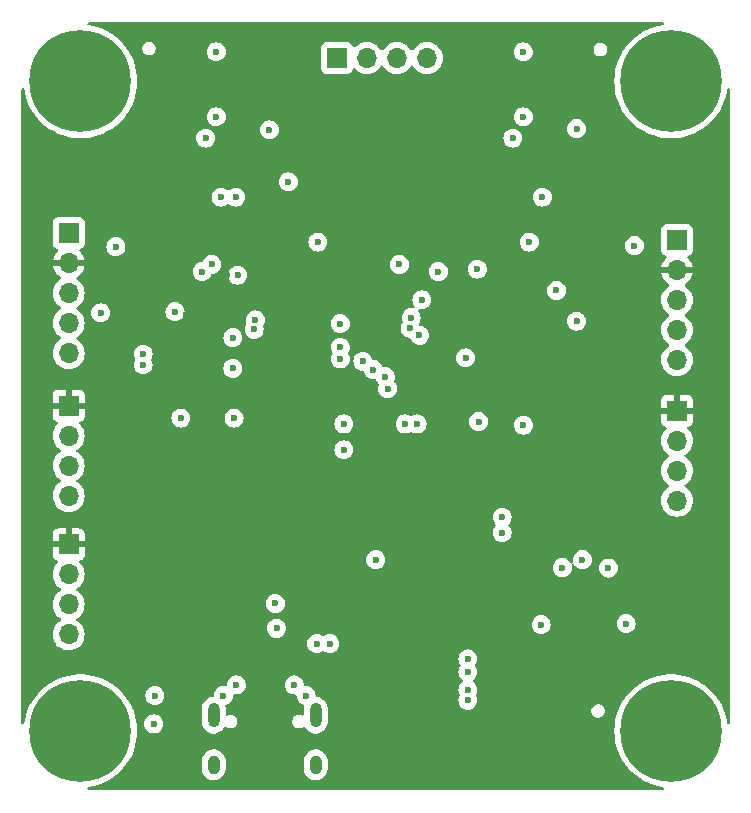
<source format=gbr>
%TF.GenerationSoftware,KiCad,Pcbnew,8.0.6*%
%TF.CreationDate,2024-12-26T00:35:44-06:00*%
%TF.ProjectId,KiCAD_MCPtest,4b694341-445f-44d4-9350-746573742e6b,rev?*%
%TF.SameCoordinates,Original*%
%TF.FileFunction,Copper,L3,Inr*%
%TF.FilePolarity,Positive*%
%FSLAX46Y46*%
G04 Gerber Fmt 4.6, Leading zero omitted, Abs format (unit mm)*
G04 Created by KiCad (PCBNEW 8.0.6) date 2024-12-26 00:35:44*
%MOMM*%
%LPD*%
G01*
G04 APERTURE LIST*
%TA.AperFunction,ComponentPad*%
%ADD10C,0.900000*%
%TD*%
%TA.AperFunction,ComponentPad*%
%ADD11C,8.600000*%
%TD*%
%TA.AperFunction,ComponentPad*%
%ADD12R,1.700000X1.700000*%
%TD*%
%TA.AperFunction,ComponentPad*%
%ADD13O,1.700000X1.700000*%
%TD*%
%TA.AperFunction,ComponentPad*%
%ADD14O,1.000000X2.100000*%
%TD*%
%TA.AperFunction,ComponentPad*%
%ADD15O,1.000000X1.600000*%
%TD*%
%TA.AperFunction,ViaPad*%
%ADD16C,0.600000*%
%TD*%
G04 APERTURE END LIST*
D10*
%TO.N,GND*%
%TO.C,H1*%
X101775000Y-48000000D03*
X102719581Y-45719581D03*
X102719581Y-50280419D03*
X105000000Y-44775000D03*
D11*
X105000000Y-48000000D03*
D10*
X105000000Y-51225000D03*
X107280419Y-45719581D03*
X107280419Y-50280419D03*
X108225000Y-48000000D03*
%TD*%
%TO.N,GND*%
%TO.C,H3*%
X151775000Y-103000000D03*
X152719581Y-100719581D03*
X152719581Y-105280419D03*
X155000000Y-99775000D03*
D11*
X155000000Y-103000000D03*
D10*
X155000000Y-106225000D03*
X157280419Y-100719581D03*
X157280419Y-105280419D03*
X158225000Y-103000000D03*
%TD*%
D12*
%TO.N,+5V*%
%TO.C,J1*%
X126700000Y-46000000D03*
D13*
%TO.N,CANH*%
X129240000Y-46000000D03*
%TO.N,CANL*%
X131780000Y-46000000D03*
%TO.N,GND*%
X134320000Y-46000000D03*
%TD*%
D12*
%TO.N,+5V*%
%TO.C,J3*%
X104000000Y-60840000D03*
D13*
%TO.N,+3V3*%
X104000000Y-63380000D03*
%TO.N,SWDIO*%
X104000000Y-65920000D03*
%TO.N,SWCLK*%
X104000000Y-68460000D03*
%TO.N,GND*%
X104000000Y-71000000D03*
%TD*%
D14*
%TO.N,GND*%
%TO.C,J7*%
X116280000Y-101670000D03*
D15*
X116280000Y-105850000D03*
D14*
X124920000Y-101670000D03*
D15*
X124920000Y-105850000D03*
%TD*%
D12*
%TO.N,+5V*%
%TO.C,J5*%
X155500000Y-61420000D03*
D13*
%TO.N,+3V3*%
X155500000Y-63960000D03*
%TO.N,SWDIO2*%
X155500000Y-66500000D03*
%TO.N,SWCLK2*%
X155500000Y-69040000D03*
%TO.N,GND*%
X155500000Y-71580000D03*
%TD*%
D12*
%TO.N,+3V3*%
%TO.C,J6*%
X155500000Y-75880000D03*
D13*
%TO.N,USART1_TX2*%
X155500000Y-78420000D03*
%TO.N,USART1_RX2*%
X155500000Y-80960000D03*
%TO.N,GND*%
X155500000Y-83500000D03*
%TD*%
D10*
%TO.N,GND*%
%TO.C,H2*%
X151775000Y-48000000D03*
X152719581Y-45719581D03*
X152719581Y-50280419D03*
X155000000Y-44775000D03*
D11*
X155000000Y-48000000D03*
D10*
X155000000Y-51225000D03*
X157280419Y-45719581D03*
X157280419Y-50280419D03*
X158225000Y-48000000D03*
%TD*%
D12*
%TO.N,+3V3*%
%TO.C,J4*%
X104000000Y-75460000D03*
D13*
%TO.N,USART1_TX*%
X104000000Y-78000000D03*
%TO.N,USART1_RX*%
X104000000Y-80540000D03*
%TO.N,GND*%
X104000000Y-83080000D03*
%TD*%
D12*
%TO.N,+3V3*%
%TO.C,J2*%
X104000000Y-87200000D03*
D13*
%TO.N,I2C1_SCL*%
X104000000Y-89740000D03*
%TO.N,I2C1_SDA*%
X104000000Y-92280000D03*
%TO.N,GND*%
X104000000Y-94820000D03*
%TD*%
D10*
%TO.N,GND*%
%TO.C,H4*%
X101775000Y-103000000D03*
X102719581Y-100719581D03*
X102719581Y-105280419D03*
X105000000Y-99775000D03*
D11*
X105000000Y-103000000D03*
D10*
X105000000Y-106225000D03*
X107280419Y-100719581D03*
X107280419Y-105280419D03*
X108225000Y-103000000D03*
%TD*%
D16*
%TO.N,+3V3*%
X134000000Y-101100000D03*
X124000000Y-77000000D03*
X144000000Y-76400000D03*
X131100000Y-76500000D03*
X117400000Y-64400000D03*
X133200000Y-100000000D03*
X109500000Y-92200000D03*
X125100000Y-53800000D03*
X141100000Y-78500000D03*
X121600000Y-77000000D03*
X110900000Y-76000000D03*
X146500000Y-67000000D03*
X127100000Y-67400000D03*
X133200000Y-97700000D03*
X146800000Y-92000000D03*
X113900000Y-67800000D03*
X134000000Y-96300000D03*
X135300000Y-65600000D03*
X119500000Y-51500000D03*
X137500000Y-63900000D03*
X146000000Y-54000000D03*
%TO.N,GND*%
X110300000Y-71100000D03*
X111300000Y-100000000D03*
X124100000Y-100000000D03*
X140700000Y-84900000D03*
X117100000Y-100000000D03*
X137800000Y-99500000D03*
X108000000Y-62000000D03*
X149700000Y-89200000D03*
X133900000Y-66500000D03*
X118000000Y-76500000D03*
X137600000Y-71400000D03*
X115600000Y-52800000D03*
X147000000Y-68300000D03*
X137800000Y-100400000D03*
X121000000Y-52100000D03*
X122600000Y-56500000D03*
X133700000Y-69500000D03*
X132900000Y-68900000D03*
X135300000Y-64100000D03*
X141600000Y-52800000D03*
X121600000Y-94300000D03*
X143000000Y-61600000D03*
X137800000Y-96900000D03*
X138700000Y-76800000D03*
X140700000Y-86200000D03*
X133000000Y-68000000D03*
X132000000Y-63500000D03*
X144000000Y-94000000D03*
X115300000Y-64100000D03*
X127000000Y-68500000D03*
X133500000Y-77000000D03*
X116900000Y-57800000D03*
X151900000Y-61900000D03*
X116100000Y-63500000D03*
X130000000Y-88500000D03*
X137800000Y-98000000D03*
X111200000Y-102400000D03*
X138600000Y-63900000D03*
X110300000Y-72000000D03*
X113000000Y-67500000D03*
X132500000Y-77000000D03*
X131000000Y-74000000D03*
X147000000Y-52000000D03*
X118300000Y-64400000D03*
X117900000Y-72300000D03*
X130800000Y-73000000D03*
X151200000Y-93900000D03*
X142500000Y-77100000D03*
X113500000Y-76500000D03*
%TO.N,SWCLK*%
X106700000Y-67600000D03*
X119700000Y-69000000D03*
%TO.N,SWDIO*%
X117900000Y-69700000D03*
%TO.N,+5V*%
X121500000Y-92200000D03*
X145800000Y-89175000D03*
X147500000Y-88500000D03*
X126100000Y-95600000D03*
X125000000Y-95600000D03*
X144100000Y-57800000D03*
X118135000Y-57800000D03*
%TO.N,SWCLK2*%
X145300000Y-65700000D03*
%TO.N,I2C1_SDA*%
X127300000Y-79200000D03*
X129800000Y-72400000D03*
%TO.N,I2C1_SCL*%
X127300000Y-77000000D03*
X128900000Y-71700000D03*
%TO.N,USART1_RX*%
X127000000Y-70500000D03*
%TO.N,USART1_TX*%
X127000000Y-71500000D03*
%TO.N,CANH*%
X116500000Y-51000000D03*
X142500000Y-51000000D03*
X142500000Y-45500000D03*
X116500000Y-45500000D03*
%TO.N,Net-(F1-Pad1)*%
X118200000Y-99100000D03*
X123100000Y-99100000D03*
%TO.N,BOOT0*%
X119800000Y-68200000D03*
X125100000Y-61600000D03*
%TD*%
%TA.AperFunction,Conductor*%
%TO.N,+3V3*%
G36*
X154356566Y-43019685D02*
G01*
X154402321Y-43072489D01*
X154412265Y-43141647D01*
X154383240Y-43205203D01*
X154324462Y-43242977D01*
X154311668Y-43246007D01*
X153930704Y-43315142D01*
X153515080Y-43429847D01*
X153515055Y-43429855D01*
X153111386Y-43581354D01*
X153111372Y-43581360D01*
X152722906Y-43768436D01*
X152722904Y-43768437D01*
X152352743Y-43989599D01*
X152003931Y-44243026D01*
X152003914Y-44243039D01*
X151679210Y-44526726D01*
X151679205Y-44526730D01*
X151381237Y-44838379D01*
X151381225Y-44838392D01*
X151112404Y-45175485D01*
X151112394Y-45175498D01*
X150874867Y-45535337D01*
X150874867Y-45535338D01*
X150874864Y-45535343D01*
X150874863Y-45535345D01*
X150865815Y-45552159D01*
X150670537Y-45915044D01*
X150670533Y-45915052D01*
X150501076Y-46311519D01*
X150501073Y-46311527D01*
X150367830Y-46721608D01*
X150271885Y-47141972D01*
X150214006Y-47569253D01*
X150214005Y-47569262D01*
X150194661Y-47999996D01*
X150194661Y-48000003D01*
X150214005Y-48430737D01*
X150214006Y-48430746D01*
X150271885Y-48858027D01*
X150367830Y-49278391D01*
X150501073Y-49688472D01*
X150501076Y-49688480D01*
X150670533Y-50084947D01*
X150670537Y-50084955D01*
X150670539Y-50084958D01*
X150874863Y-50464655D01*
X150874867Y-50464661D01*
X150874867Y-50464662D01*
X151112394Y-50824501D01*
X151112404Y-50824514D01*
X151381225Y-51161607D01*
X151381237Y-51161620D01*
X151676255Y-51470184D01*
X151679210Y-51473274D01*
X152003920Y-51756965D01*
X152003930Y-51756972D01*
X152003931Y-51756973D01*
X152229350Y-51920750D01*
X152352753Y-52010407D01*
X152722900Y-52231560D01*
X152722903Y-52231561D01*
X152722904Y-52231562D01*
X152722906Y-52231563D01*
X153111372Y-52418639D01*
X153111386Y-52418645D01*
X153515055Y-52570144D01*
X153515059Y-52570145D01*
X153515069Y-52570149D01*
X153930711Y-52684859D01*
X154354964Y-52761850D01*
X154784409Y-52800500D01*
X154784416Y-52800500D01*
X155215584Y-52800500D01*
X155215591Y-52800500D01*
X155645036Y-52761850D01*
X156069289Y-52684859D01*
X156484931Y-52570149D01*
X156888619Y-52418643D01*
X157277100Y-52231560D01*
X157647247Y-52010407D01*
X157996080Y-51756965D01*
X158320790Y-51473274D01*
X158618764Y-51161619D01*
X158887601Y-50824507D01*
X159125137Y-50464655D01*
X159329461Y-50084958D01*
X159498926Y-49688475D01*
X159632168Y-49278397D01*
X159728115Y-48858026D01*
X159753122Y-48673411D01*
X159781628Y-48609623D01*
X159840095Y-48571370D01*
X159909963Y-48570800D01*
X159969047Y-48608093D01*
X159998590Y-48671410D01*
X160000000Y-48690058D01*
X160000000Y-102309941D01*
X159980315Y-102376980D01*
X159927511Y-102422735D01*
X159858353Y-102432679D01*
X159794797Y-102403654D01*
X159757023Y-102344876D01*
X159753122Y-102326586D01*
X159728115Y-102141974D01*
X159632168Y-101721603D01*
X159498926Y-101311525D01*
X159378518Y-101029816D01*
X159329466Y-100915052D01*
X159329462Y-100915044D01*
X159282710Y-100828165D01*
X159125137Y-100535345D01*
X159103299Y-100502262D01*
X158887605Y-100175498D01*
X158887595Y-100175485D01*
X158618774Y-99838392D01*
X158618762Y-99838379D01*
X158320794Y-99526730D01*
X158320793Y-99526729D01*
X158320790Y-99526726D01*
X157996080Y-99243035D01*
X157956987Y-99214632D01*
X157647256Y-98989599D01*
X157647251Y-98989596D01*
X157647247Y-98989593D01*
X157277100Y-98768440D01*
X157277095Y-98768437D01*
X157277093Y-98768436D01*
X156888627Y-98581360D01*
X156888613Y-98581354D01*
X156484944Y-98429855D01*
X156484919Y-98429847D01*
X156069295Y-98315142D01*
X155645043Y-98238151D01*
X155645040Y-98238150D01*
X155645036Y-98238150D01*
X155215591Y-98199500D01*
X154784409Y-98199500D01*
X154354964Y-98238150D01*
X154354960Y-98238150D01*
X154354956Y-98238151D01*
X153930704Y-98315142D01*
X153515080Y-98429847D01*
X153515055Y-98429855D01*
X153111386Y-98581354D01*
X153111372Y-98581360D01*
X152722906Y-98768436D01*
X152722904Y-98768437D01*
X152352743Y-98989599D01*
X152003931Y-99243026D01*
X152003914Y-99243039D01*
X151679210Y-99526726D01*
X151679205Y-99526730D01*
X151381237Y-99838379D01*
X151381225Y-99838392D01*
X151112404Y-100175485D01*
X151112394Y-100175498D01*
X150874867Y-100535337D01*
X150874867Y-100535338D01*
X150670537Y-100915044D01*
X150670533Y-100915052D01*
X150501076Y-101311519D01*
X150501073Y-101311527D01*
X150367830Y-101721608D01*
X150271885Y-102141972D01*
X150214006Y-102569253D01*
X150214005Y-102569262D01*
X150194661Y-102999996D01*
X150194661Y-103000003D01*
X150214005Y-103430737D01*
X150214006Y-103430746D01*
X150271885Y-103858027D01*
X150367830Y-104278391D01*
X150501073Y-104688472D01*
X150501076Y-104688480D01*
X150670533Y-105084947D01*
X150670537Y-105084955D01*
X150670539Y-105084958D01*
X150874863Y-105464655D01*
X150874867Y-105464661D01*
X150874867Y-105464662D01*
X151112394Y-105824501D01*
X151112404Y-105824514D01*
X151381225Y-106161607D01*
X151381235Y-106161618D01*
X151381236Y-106161619D01*
X151679210Y-106473274D01*
X152003920Y-106756965D01*
X152352753Y-107010407D01*
X152722900Y-107231560D01*
X152722903Y-107231561D01*
X152722904Y-107231562D01*
X152722906Y-107231563D01*
X153111372Y-107418639D01*
X153111386Y-107418645D01*
X153515055Y-107570144D01*
X153515059Y-107570145D01*
X153515069Y-107570149D01*
X153930711Y-107684859D01*
X154261902Y-107744961D01*
X154311668Y-107753993D01*
X154374115Y-107785331D01*
X154409706Y-107845457D01*
X154407141Y-107915279D01*
X154367234Y-107972631D01*
X154302656Y-107999303D01*
X154289527Y-108000000D01*
X105710473Y-108000000D01*
X105643434Y-107980315D01*
X105597679Y-107927511D01*
X105587735Y-107858353D01*
X105616760Y-107794797D01*
X105675538Y-107757023D01*
X105688332Y-107753993D01*
X105729249Y-107746567D01*
X106069289Y-107684859D01*
X106484931Y-107570149D01*
X106888619Y-107418643D01*
X107277100Y-107231560D01*
X107647247Y-107010407D01*
X107996080Y-106756965D01*
X108320790Y-106473274D01*
X108535656Y-106248543D01*
X115279499Y-106248543D01*
X115317947Y-106441829D01*
X115317950Y-106441839D01*
X115393364Y-106623907D01*
X115393371Y-106623920D01*
X115502860Y-106787781D01*
X115502863Y-106787785D01*
X115642214Y-106927136D01*
X115642218Y-106927139D01*
X115806079Y-107036628D01*
X115806092Y-107036635D01*
X115988160Y-107112049D01*
X115988165Y-107112051D01*
X115988169Y-107112051D01*
X115988170Y-107112052D01*
X116181456Y-107150500D01*
X116181459Y-107150500D01*
X116378543Y-107150500D01*
X116508582Y-107124632D01*
X116571835Y-107112051D01*
X116753914Y-107036632D01*
X116917782Y-106927139D01*
X117057139Y-106787782D01*
X117166632Y-106623914D01*
X117242051Y-106441835D01*
X117280500Y-106248543D01*
X123919499Y-106248543D01*
X123957947Y-106441829D01*
X123957950Y-106441839D01*
X124033364Y-106623907D01*
X124033371Y-106623920D01*
X124142860Y-106787781D01*
X124142863Y-106787785D01*
X124282214Y-106927136D01*
X124282218Y-106927139D01*
X124446079Y-107036628D01*
X124446092Y-107036635D01*
X124628160Y-107112049D01*
X124628165Y-107112051D01*
X124628169Y-107112051D01*
X124628170Y-107112052D01*
X124821456Y-107150500D01*
X124821459Y-107150500D01*
X125018543Y-107150500D01*
X125148582Y-107124632D01*
X125211835Y-107112051D01*
X125393914Y-107036632D01*
X125557782Y-106927139D01*
X125697139Y-106787782D01*
X125806632Y-106623914D01*
X125882051Y-106441835D01*
X125920500Y-106248541D01*
X125920500Y-105451459D01*
X125920500Y-105451456D01*
X125882052Y-105258170D01*
X125882051Y-105258169D01*
X125882051Y-105258165D01*
X125810306Y-105084955D01*
X125806635Y-105076092D01*
X125806628Y-105076079D01*
X125697139Y-104912218D01*
X125697136Y-104912214D01*
X125557785Y-104772863D01*
X125557781Y-104772860D01*
X125393920Y-104663371D01*
X125393907Y-104663364D01*
X125211839Y-104587950D01*
X125211829Y-104587947D01*
X125018543Y-104549500D01*
X125018541Y-104549500D01*
X124821459Y-104549500D01*
X124821457Y-104549500D01*
X124628170Y-104587947D01*
X124628160Y-104587950D01*
X124446092Y-104663364D01*
X124446079Y-104663371D01*
X124282218Y-104772860D01*
X124282214Y-104772863D01*
X124142863Y-104912214D01*
X124142860Y-104912218D01*
X124033371Y-105076079D01*
X124033364Y-105076092D01*
X123957950Y-105258160D01*
X123957947Y-105258170D01*
X123919500Y-105451456D01*
X123919500Y-105451459D01*
X123919500Y-106248541D01*
X123919500Y-106248543D01*
X123919499Y-106248543D01*
X117280500Y-106248543D01*
X117280500Y-106248541D01*
X117280500Y-105451459D01*
X117280500Y-105451456D01*
X117242052Y-105258170D01*
X117242051Y-105258169D01*
X117242051Y-105258165D01*
X117170306Y-105084955D01*
X117166635Y-105076092D01*
X117166628Y-105076079D01*
X117057139Y-104912218D01*
X117057136Y-104912214D01*
X116917785Y-104772863D01*
X116917781Y-104772860D01*
X116753920Y-104663371D01*
X116753907Y-104663364D01*
X116571839Y-104587950D01*
X116571829Y-104587947D01*
X116378543Y-104549500D01*
X116378541Y-104549500D01*
X116181459Y-104549500D01*
X116181457Y-104549500D01*
X115988170Y-104587947D01*
X115988160Y-104587950D01*
X115806092Y-104663364D01*
X115806079Y-104663371D01*
X115642218Y-104772860D01*
X115642214Y-104772863D01*
X115502863Y-104912214D01*
X115502860Y-104912218D01*
X115393371Y-105076079D01*
X115393364Y-105076092D01*
X115317950Y-105258160D01*
X115317947Y-105258170D01*
X115279500Y-105451456D01*
X115279500Y-105451459D01*
X115279500Y-106248541D01*
X115279500Y-106248543D01*
X115279499Y-106248543D01*
X108535656Y-106248543D01*
X108618764Y-106161619D01*
X108887601Y-105824507D01*
X109125137Y-105464655D01*
X109329461Y-105084958D01*
X109498926Y-104688475D01*
X109632168Y-104278397D01*
X109728115Y-103858026D01*
X109785994Y-103430747D01*
X109805339Y-103000000D01*
X109805210Y-102997136D01*
X109795257Y-102775500D01*
X109785994Y-102569253D01*
X109763067Y-102399996D01*
X110394435Y-102399996D01*
X110394435Y-102400003D01*
X110414630Y-102579249D01*
X110414631Y-102579254D01*
X110474211Y-102749523D01*
X110490533Y-102775499D01*
X110570184Y-102902262D01*
X110697738Y-103029816D01*
X110788080Y-103086582D01*
X110819994Y-103106635D01*
X110850478Y-103125789D01*
X111011260Y-103182049D01*
X111020745Y-103185368D01*
X111020750Y-103185369D01*
X111199996Y-103205565D01*
X111200000Y-103205565D01*
X111200004Y-103205565D01*
X111379249Y-103185369D01*
X111379252Y-103185368D01*
X111379255Y-103185368D01*
X111549522Y-103125789D01*
X111702262Y-103029816D01*
X111829816Y-102902262D01*
X111925789Y-102749522D01*
X111985368Y-102579255D01*
X111988285Y-102553365D01*
X112005565Y-102400003D01*
X112005565Y-102399996D01*
X111996388Y-102318543D01*
X115279499Y-102318543D01*
X115317947Y-102511829D01*
X115317950Y-102511839D01*
X115393364Y-102693907D01*
X115393371Y-102693920D01*
X115502860Y-102857781D01*
X115502863Y-102857785D01*
X115642214Y-102997136D01*
X115642218Y-102997139D01*
X115806079Y-103106628D01*
X115806092Y-103106635D01*
X115988160Y-103182049D01*
X115988165Y-103182051D01*
X115988169Y-103182051D01*
X115988170Y-103182052D01*
X116181456Y-103220500D01*
X116181459Y-103220500D01*
X116378543Y-103220500D01*
X116555154Y-103185369D01*
X116571835Y-103182051D01*
X116753914Y-103106632D01*
X116917782Y-102997139D01*
X117057139Y-102857782D01*
X117166632Y-102693914D01*
X117166631Y-102693914D01*
X117170017Y-102688848D01*
X117171474Y-102689821D01*
X117214595Y-102645903D01*
X117282729Y-102630426D01*
X117348414Y-102654242D01*
X117350502Y-102655809D01*
X117356632Y-102660512D01*
X117356635Y-102660515D01*
X117487865Y-102736281D01*
X117634234Y-102775500D01*
X117634236Y-102775500D01*
X117785764Y-102775500D01*
X117785766Y-102775500D01*
X117932135Y-102736281D01*
X118063365Y-102660515D01*
X118170515Y-102553365D01*
X118246281Y-102422135D01*
X118285500Y-102275766D01*
X118285500Y-102124234D01*
X118246281Y-101977865D01*
X118170515Y-101846635D01*
X118063365Y-101739485D01*
X117980087Y-101691404D01*
X117932136Y-101663719D01*
X117827584Y-101635705D01*
X117785766Y-101624500D01*
X117634234Y-101624500D01*
X117487862Y-101663719D01*
X117466499Y-101676054D01*
X117398598Y-101692525D01*
X117332572Y-101669673D01*
X117289382Y-101614751D01*
X117280500Y-101568666D01*
X117280500Y-101021456D01*
X117259334Y-100915052D01*
X117257529Y-100905977D01*
X117263756Y-100836388D01*
X117306618Y-100781210D01*
X117338192Y-100764745D01*
X117381697Y-100749522D01*
X117449522Y-100725789D01*
X117602262Y-100629816D01*
X117729816Y-100502262D01*
X117825789Y-100349522D01*
X117885368Y-100179255D01*
X117885792Y-100175498D01*
X117899877Y-100050480D01*
X117905565Y-100000000D01*
X117905565Y-99999996D01*
X117905879Y-99997211D01*
X117932945Y-99932797D01*
X117990540Y-99893242D01*
X118042982Y-99887874D01*
X118199996Y-99905565D01*
X118200000Y-99905565D01*
X118200004Y-99905565D01*
X118379249Y-99885369D01*
X118379252Y-99885368D01*
X118379255Y-99885368D01*
X118549522Y-99825789D01*
X118702262Y-99729816D01*
X118829816Y-99602262D01*
X118925789Y-99449522D01*
X118985368Y-99279255D01*
X118985369Y-99279249D01*
X119005565Y-99100003D01*
X119005565Y-99099996D01*
X122294435Y-99099996D01*
X122294435Y-99100003D01*
X122314630Y-99279249D01*
X122314631Y-99279254D01*
X122374211Y-99449523D01*
X122422724Y-99526730D01*
X122470184Y-99602262D01*
X122597738Y-99729816D01*
X122688080Y-99786582D01*
X122742450Y-99820745D01*
X122750478Y-99825789D01*
X122818309Y-99849524D01*
X122920745Y-99885368D01*
X122920750Y-99885369D01*
X123099996Y-99905565D01*
X123100000Y-99905565D01*
X123100003Y-99905565D01*
X123158269Y-99899000D01*
X123227091Y-99911054D01*
X123278471Y-99958404D01*
X123295373Y-100008336D01*
X123314630Y-100179250D01*
X123314631Y-100179254D01*
X123374211Y-100349523D01*
X123470184Y-100502262D01*
X123597738Y-100629816D01*
X123750478Y-100725789D01*
X123818303Y-100749522D01*
X123861808Y-100764745D01*
X123918584Y-100805467D01*
X123944331Y-100870420D01*
X123942470Y-100905978D01*
X123919500Y-101021454D01*
X123919500Y-101568666D01*
X123899815Y-101635705D01*
X123847011Y-101681460D01*
X123777853Y-101691404D01*
X123733501Y-101676054D01*
X123712137Y-101663719D01*
X123607584Y-101635705D01*
X123565766Y-101624500D01*
X123414234Y-101624500D01*
X123267863Y-101663719D01*
X123136635Y-101739485D01*
X123136632Y-101739487D01*
X123029487Y-101846632D01*
X123029485Y-101846635D01*
X122953719Y-101977863D01*
X122914500Y-102124234D01*
X122914500Y-102275766D01*
X122925962Y-102318543D01*
X122953719Y-102422136D01*
X122991602Y-102487750D01*
X123029485Y-102553365D01*
X123136635Y-102660515D01*
X123267865Y-102736281D01*
X123414234Y-102775500D01*
X123414236Y-102775500D01*
X123565764Y-102775500D01*
X123565766Y-102775500D01*
X123712135Y-102736281D01*
X123843365Y-102660515D01*
X123843374Y-102660505D01*
X123849488Y-102655815D01*
X123914656Y-102630617D01*
X123983101Y-102644650D01*
X124029025Y-102689488D01*
X124029983Y-102688849D01*
X124033009Y-102693378D01*
X124033094Y-102693461D01*
X124033228Y-102693706D01*
X124142860Y-102857781D01*
X124142863Y-102857785D01*
X124282214Y-102997136D01*
X124282218Y-102997139D01*
X124446079Y-103106628D01*
X124446092Y-103106635D01*
X124628160Y-103182049D01*
X124628165Y-103182051D01*
X124628169Y-103182051D01*
X124628170Y-103182052D01*
X124821456Y-103220500D01*
X124821459Y-103220500D01*
X125018543Y-103220500D01*
X125195154Y-103185369D01*
X125211835Y-103182051D01*
X125393914Y-103106632D01*
X125557782Y-102997139D01*
X125697139Y-102857782D01*
X125806632Y-102693914D01*
X125882051Y-102511835D01*
X125899774Y-102422735D01*
X125920500Y-102318543D01*
X125920500Y-101224493D01*
X148250464Y-101224493D01*
X148250464Y-101375507D01*
X148289550Y-101521377D01*
X148289551Y-101521380D01*
X148316852Y-101568666D01*
X148365057Y-101652159D01*
X148471841Y-101758943D01*
X148563767Y-101812016D01*
X148602619Y-101834448D01*
X148602620Y-101834448D01*
X148602623Y-101834450D01*
X148748493Y-101873536D01*
X148899504Y-101873536D01*
X148899507Y-101873536D01*
X149045377Y-101834450D01*
X149176159Y-101758943D01*
X149282943Y-101652159D01*
X149358450Y-101521377D01*
X149397536Y-101375507D01*
X149400000Y-101300000D01*
X149397536Y-101224493D01*
X149358450Y-101078623D01*
X149282943Y-100947841D01*
X149176159Y-100841057D01*
X149114685Y-100805565D01*
X149045380Y-100765551D01*
X149045381Y-100765551D01*
X149033419Y-100762345D01*
X148899507Y-100726464D01*
X148899504Y-100726464D01*
X148748496Y-100726464D01*
X148748493Y-100726464D01*
X148614580Y-100762345D01*
X148602619Y-100765551D01*
X148471844Y-100841055D01*
X148471838Y-100841059D01*
X148365059Y-100947838D01*
X148365055Y-100947844D01*
X148289551Y-101078619D01*
X148289550Y-101078623D01*
X148250464Y-101224493D01*
X125920500Y-101224493D01*
X125920500Y-101021456D01*
X125882052Y-100828170D01*
X125882051Y-100828169D01*
X125882051Y-100828165D01*
X125866773Y-100791281D01*
X125806635Y-100646092D01*
X125806628Y-100646079D01*
X125697139Y-100482218D01*
X125697136Y-100482214D01*
X125557785Y-100342863D01*
X125557781Y-100342860D01*
X125393920Y-100233371D01*
X125393907Y-100233364D01*
X125211839Y-100157950D01*
X125211829Y-100157947D01*
X125018538Y-100119499D01*
X125017402Y-100119387D01*
X125016845Y-100119162D01*
X125012566Y-100118311D01*
X125012727Y-100117499D01*
X124952616Y-100093221D01*
X124912262Y-100036184D01*
X124907367Y-100006803D01*
X124906345Y-100006919D01*
X124885369Y-99820750D01*
X124885368Y-99820745D01*
X124825789Y-99650478D01*
X124729816Y-99497738D01*
X124602262Y-99370184D01*
X124449523Y-99274211D01*
X124279254Y-99214631D01*
X124279249Y-99214630D01*
X124100004Y-99194435D01*
X124100002Y-99194435D01*
X124100000Y-99194435D01*
X124086244Y-99195984D01*
X124041727Y-99201000D01*
X123972906Y-99188944D01*
X123921527Y-99141594D01*
X123904626Y-99091662D01*
X123885369Y-98920750D01*
X123885368Y-98920745D01*
X123853700Y-98830243D01*
X123825789Y-98750478D01*
X123729816Y-98597738D01*
X123602262Y-98470184D01*
X123538079Y-98429855D01*
X123449523Y-98374211D01*
X123279254Y-98314631D01*
X123279249Y-98314630D01*
X123100004Y-98294435D01*
X123099996Y-98294435D01*
X122920750Y-98314630D01*
X122920745Y-98314631D01*
X122750476Y-98374211D01*
X122597737Y-98470184D01*
X122470184Y-98597737D01*
X122374211Y-98750476D01*
X122314631Y-98920745D01*
X122314630Y-98920750D01*
X122294435Y-99099996D01*
X119005565Y-99099996D01*
X118985369Y-98920750D01*
X118985368Y-98920745D01*
X118953700Y-98830243D01*
X118925789Y-98750478D01*
X118829816Y-98597738D01*
X118702262Y-98470184D01*
X118638079Y-98429855D01*
X118549523Y-98374211D01*
X118379254Y-98314631D01*
X118379249Y-98314630D01*
X118200004Y-98294435D01*
X118199996Y-98294435D01*
X118020750Y-98314630D01*
X118020745Y-98314631D01*
X117850476Y-98374211D01*
X117697737Y-98470184D01*
X117570184Y-98597737D01*
X117474211Y-98750476D01*
X117414631Y-98920745D01*
X117414630Y-98920749D01*
X117394120Y-99102789D01*
X117367053Y-99167203D01*
X117309459Y-99206758D01*
X117257017Y-99212125D01*
X117100004Y-99194435D01*
X117099996Y-99194435D01*
X116920750Y-99214630D01*
X116920745Y-99214631D01*
X116750476Y-99274211D01*
X116597737Y-99370184D01*
X116470184Y-99497737D01*
X116374211Y-99650476D01*
X116314631Y-99820745D01*
X116314630Y-99820750D01*
X116293655Y-100006919D01*
X116291302Y-100006653D01*
X116274750Y-100063024D01*
X116221946Y-100108779D01*
X116187391Y-100118094D01*
X116187434Y-100118311D01*
X116184211Y-100118951D01*
X116182598Y-100119387D01*
X116181461Y-100119499D01*
X115988170Y-100157947D01*
X115988160Y-100157950D01*
X115806092Y-100233364D01*
X115806079Y-100233371D01*
X115642218Y-100342860D01*
X115642214Y-100342863D01*
X115502863Y-100482214D01*
X115502860Y-100482218D01*
X115393371Y-100646079D01*
X115393364Y-100646092D01*
X115317950Y-100828160D01*
X115317947Y-100828170D01*
X115279500Y-101021456D01*
X115279500Y-101021459D01*
X115279500Y-102318541D01*
X115279500Y-102318543D01*
X115279499Y-102318543D01*
X111996388Y-102318543D01*
X111985369Y-102220750D01*
X111985368Y-102220745D01*
X111925788Y-102050476D01*
X111829815Y-101897737D01*
X111702262Y-101770184D01*
X111549523Y-101674211D01*
X111379254Y-101614631D01*
X111379249Y-101614630D01*
X111200004Y-101594435D01*
X111199996Y-101594435D01*
X111020750Y-101614630D01*
X111020745Y-101614631D01*
X110850476Y-101674211D01*
X110697737Y-101770184D01*
X110570184Y-101897737D01*
X110474211Y-102050476D01*
X110414631Y-102220745D01*
X110414630Y-102220750D01*
X110394435Y-102399996D01*
X109763067Y-102399996D01*
X109728115Y-102141974D01*
X109632168Y-101721603D01*
X109498926Y-101311525D01*
X109378518Y-101029816D01*
X109329466Y-100915052D01*
X109329462Y-100915044D01*
X109282710Y-100828165D01*
X109125137Y-100535345D01*
X109103299Y-100502262D01*
X108887605Y-100175498D01*
X108887595Y-100175485D01*
X108747648Y-99999996D01*
X110494435Y-99999996D01*
X110494435Y-100000003D01*
X110514630Y-100179249D01*
X110514631Y-100179254D01*
X110574211Y-100349523D01*
X110670184Y-100502262D01*
X110797738Y-100629816D01*
X110950478Y-100725789D01*
X111108862Y-100781210D01*
X111120745Y-100785368D01*
X111120750Y-100785369D01*
X111299996Y-100805565D01*
X111300000Y-100805565D01*
X111300004Y-100805565D01*
X111479249Y-100785369D01*
X111479252Y-100785368D01*
X111479255Y-100785368D01*
X111649522Y-100725789D01*
X111802262Y-100629816D01*
X111929816Y-100502262D01*
X112025789Y-100349522D01*
X112085368Y-100179255D01*
X112085369Y-100179249D01*
X112105565Y-100000003D01*
X112105565Y-99999996D01*
X112085369Y-99820750D01*
X112085368Y-99820745D01*
X112025789Y-99650478D01*
X111929816Y-99497738D01*
X111802262Y-99370184D01*
X111649523Y-99274211D01*
X111479254Y-99214631D01*
X111479249Y-99214630D01*
X111300004Y-99194435D01*
X111299996Y-99194435D01*
X111120750Y-99214630D01*
X111120745Y-99214631D01*
X110950476Y-99274211D01*
X110797737Y-99370184D01*
X110670184Y-99497737D01*
X110574211Y-99650476D01*
X110514631Y-99820745D01*
X110514630Y-99820750D01*
X110494435Y-99999996D01*
X108747648Y-99999996D01*
X108618774Y-99838392D01*
X108618762Y-99838379D01*
X108320794Y-99526730D01*
X108320793Y-99526729D01*
X108320790Y-99526726D01*
X107996080Y-99243035D01*
X107956987Y-99214632D01*
X107647256Y-98989599D01*
X107647251Y-98989596D01*
X107647247Y-98989593D01*
X107277100Y-98768440D01*
X107277095Y-98768437D01*
X107277093Y-98768436D01*
X106888627Y-98581360D01*
X106888613Y-98581354D01*
X106484944Y-98429855D01*
X106484919Y-98429847D01*
X106069295Y-98315142D01*
X105645043Y-98238151D01*
X105645040Y-98238150D01*
X105645036Y-98238150D01*
X105215591Y-98199500D01*
X104784409Y-98199500D01*
X104354964Y-98238150D01*
X104354960Y-98238150D01*
X104354956Y-98238151D01*
X103930704Y-98315142D01*
X103515080Y-98429847D01*
X103515055Y-98429855D01*
X103111386Y-98581354D01*
X103111372Y-98581360D01*
X102722906Y-98768436D01*
X102722904Y-98768437D01*
X102352743Y-98989599D01*
X102003931Y-99243026D01*
X102003914Y-99243039D01*
X101679210Y-99526726D01*
X101679205Y-99526730D01*
X101381237Y-99838379D01*
X101381225Y-99838392D01*
X101112404Y-100175485D01*
X101112394Y-100175498D01*
X100874867Y-100535337D01*
X100874867Y-100535338D01*
X100670537Y-100915044D01*
X100670533Y-100915052D01*
X100501076Y-101311519D01*
X100501073Y-101311527D01*
X100367830Y-101721608D01*
X100271885Y-102141972D01*
X100271885Y-102141974D01*
X100247968Y-102318541D01*
X100246878Y-102326586D01*
X100218372Y-102390376D01*
X100159905Y-102428629D01*
X100090037Y-102429199D01*
X100030953Y-102391906D01*
X100001410Y-102328589D01*
X100000000Y-102309941D01*
X100000000Y-96899996D01*
X136994435Y-96899996D01*
X136994435Y-96900003D01*
X137014630Y-97079249D01*
X137014631Y-97079254D01*
X137074211Y-97249523D01*
X137158727Y-97384028D01*
X137177727Y-97451264D01*
X137158727Y-97515972D01*
X137074211Y-97650476D01*
X137014631Y-97820745D01*
X137014630Y-97820750D01*
X136994435Y-97999996D01*
X136994435Y-98000003D01*
X137014630Y-98179249D01*
X137014631Y-98179254D01*
X137074211Y-98349523D01*
X137150028Y-98470184D01*
X137170184Y-98502262D01*
X137297738Y-98629816D01*
X137321911Y-98645005D01*
X137321913Y-98645006D01*
X137368204Y-98697341D01*
X137378852Y-98766395D01*
X137350477Y-98830243D01*
X137321913Y-98854994D01*
X137297737Y-98870184D01*
X137170184Y-98997737D01*
X137074211Y-99150476D01*
X137014631Y-99320745D01*
X137014630Y-99320750D01*
X136994435Y-99499996D01*
X136994435Y-99500003D01*
X137014630Y-99679249D01*
X137014633Y-99679262D01*
X137074209Y-99849519D01*
X137095893Y-99884030D01*
X137114892Y-99951267D01*
X137095893Y-100015970D01*
X137074209Y-100050480D01*
X137014633Y-100220737D01*
X137014630Y-100220750D01*
X136994435Y-100399996D01*
X136994435Y-100400003D01*
X137014630Y-100579249D01*
X137014631Y-100579254D01*
X137074211Y-100749523D01*
X137150176Y-100870420D01*
X137170184Y-100902262D01*
X137297738Y-101029816D01*
X137450478Y-101125789D01*
X137620745Y-101185368D01*
X137620750Y-101185369D01*
X137799996Y-101205565D01*
X137800000Y-101205565D01*
X137800004Y-101205565D01*
X137979249Y-101185369D01*
X137979252Y-101185368D01*
X137979255Y-101185368D01*
X138149522Y-101125789D01*
X138302262Y-101029816D01*
X138429816Y-100902262D01*
X138525789Y-100749522D01*
X138585368Y-100579255D01*
X138585369Y-100579249D01*
X138605565Y-100400003D01*
X138605565Y-100399996D01*
X138585369Y-100220750D01*
X138585368Y-100220745D01*
X138525788Y-100050475D01*
X138504108Y-100015973D01*
X138485107Y-99948737D01*
X138504108Y-99884027D01*
X138525788Y-99849524D01*
X138529574Y-99838705D01*
X138585368Y-99679255D01*
X138585369Y-99679249D01*
X138605565Y-99500003D01*
X138605565Y-99499996D01*
X138585369Y-99320750D01*
X138585368Y-99320745D01*
X138525788Y-99150476D01*
X138429815Y-98997737D01*
X138302264Y-98870186D01*
X138302262Y-98870184D01*
X138278084Y-98854992D01*
X138231796Y-98802661D01*
X138221146Y-98733607D01*
X138249521Y-98669758D01*
X138278082Y-98645009D01*
X138302262Y-98629816D01*
X138429816Y-98502262D01*
X138525789Y-98349522D01*
X138585368Y-98179255D01*
X138605565Y-98000000D01*
X138585368Y-97820745D01*
X138525789Y-97650478D01*
X138525788Y-97650476D01*
X138525788Y-97650475D01*
X138481957Y-97580720D01*
X138441272Y-97515970D01*
X138422272Y-97448736D01*
X138441273Y-97384028D01*
X138525789Y-97249522D01*
X138585368Y-97079255D01*
X138605565Y-96900000D01*
X138585368Y-96720745D01*
X138525789Y-96550478D01*
X138429816Y-96397738D01*
X138302262Y-96270184D01*
X138149523Y-96174211D01*
X137979254Y-96114631D01*
X137979249Y-96114630D01*
X137800004Y-96094435D01*
X137799996Y-96094435D01*
X137620750Y-96114630D01*
X137620745Y-96114631D01*
X137450476Y-96174211D01*
X137297737Y-96270184D01*
X137170184Y-96397737D01*
X137074211Y-96550476D01*
X137014631Y-96720745D01*
X137014630Y-96720750D01*
X136994435Y-96899996D01*
X100000000Y-96899996D01*
X100000000Y-89739999D01*
X102644341Y-89739999D01*
X102644341Y-89740000D01*
X102664936Y-89975403D01*
X102664938Y-89975413D01*
X102726094Y-90203655D01*
X102726096Y-90203659D01*
X102726097Y-90203663D01*
X102825965Y-90417830D01*
X102825967Y-90417834D01*
X102961501Y-90611395D01*
X102961506Y-90611402D01*
X103128597Y-90778493D01*
X103128603Y-90778498D01*
X103314158Y-90908425D01*
X103357783Y-90963002D01*
X103364977Y-91032500D01*
X103333454Y-91094855D01*
X103314158Y-91111575D01*
X103128597Y-91241505D01*
X102961505Y-91408597D01*
X102825965Y-91602169D01*
X102825964Y-91602171D01*
X102726098Y-91816335D01*
X102726094Y-91816344D01*
X102664938Y-92044586D01*
X102664936Y-92044596D01*
X102644341Y-92279999D01*
X102644341Y-92280000D01*
X102664936Y-92515403D01*
X102664938Y-92515413D01*
X102726094Y-92743655D01*
X102726096Y-92743659D01*
X102726097Y-92743663D01*
X102766271Y-92829816D01*
X102825965Y-92957830D01*
X102825967Y-92957834D01*
X102961501Y-93151395D01*
X102961506Y-93151402D01*
X103128597Y-93318493D01*
X103128603Y-93318498D01*
X103314158Y-93448425D01*
X103357783Y-93503002D01*
X103364977Y-93572500D01*
X103333454Y-93634855D01*
X103314158Y-93651575D01*
X103128597Y-93781505D01*
X102961505Y-93948597D01*
X102825965Y-94142169D01*
X102825964Y-94142171D01*
X102726098Y-94356335D01*
X102726094Y-94356344D01*
X102664938Y-94584586D01*
X102664936Y-94584596D01*
X102644341Y-94819999D01*
X102644341Y-94820000D01*
X102664936Y-95055403D01*
X102664938Y-95055413D01*
X102726094Y-95283655D01*
X102726096Y-95283659D01*
X102726097Y-95283663D01*
X102790020Y-95420745D01*
X102825965Y-95497830D01*
X102825967Y-95497834D01*
X102897502Y-95599996D01*
X102961505Y-95691401D01*
X103128599Y-95858495D01*
X103225384Y-95926265D01*
X103322165Y-95994032D01*
X103322167Y-95994033D01*
X103322170Y-95994035D01*
X103536337Y-96093903D01*
X103536343Y-96093904D01*
X103536344Y-96093905D01*
X103591285Y-96108626D01*
X103764592Y-96155063D01*
X103952918Y-96171539D01*
X103999999Y-96175659D01*
X104000000Y-96175659D01*
X104000001Y-96175659D01*
X104039234Y-96172226D01*
X104235408Y-96155063D01*
X104463663Y-96093903D01*
X104677830Y-95994035D01*
X104871401Y-95858495D01*
X105038495Y-95691401D01*
X105102498Y-95599996D01*
X124194435Y-95599996D01*
X124194435Y-95600003D01*
X124214630Y-95779249D01*
X124214631Y-95779254D01*
X124274211Y-95949523D01*
X124302180Y-95994035D01*
X124370184Y-96102262D01*
X124497738Y-96229816D01*
X124650478Y-96325789D01*
X124820745Y-96385368D01*
X124820750Y-96385369D01*
X124999996Y-96405565D01*
X125000000Y-96405565D01*
X125000004Y-96405565D01*
X125179249Y-96385369D01*
X125179252Y-96385368D01*
X125179255Y-96385368D01*
X125349522Y-96325789D01*
X125484029Y-96241272D01*
X125551264Y-96222272D01*
X125615970Y-96241272D01*
X125680720Y-96281957D01*
X125750475Y-96325788D01*
X125920745Y-96385368D01*
X125920750Y-96385369D01*
X126099996Y-96405565D01*
X126100000Y-96405565D01*
X126100004Y-96405565D01*
X126279249Y-96385369D01*
X126279252Y-96385368D01*
X126279255Y-96385368D01*
X126449522Y-96325789D01*
X126602262Y-96229816D01*
X126729816Y-96102262D01*
X126825789Y-95949522D01*
X126885368Y-95779255D01*
X126895267Y-95691401D01*
X126905565Y-95600003D01*
X126905565Y-95599996D01*
X126885369Y-95420750D01*
X126885368Y-95420745D01*
X126825788Y-95250476D01*
X126729815Y-95097737D01*
X126602262Y-94970184D01*
X126449523Y-94874211D01*
X126279254Y-94814631D01*
X126279249Y-94814630D01*
X126100004Y-94794435D01*
X126099996Y-94794435D01*
X125920750Y-94814630D01*
X125920745Y-94814631D01*
X125750476Y-94874211D01*
X125615972Y-94958727D01*
X125548736Y-94977727D01*
X125484028Y-94958727D01*
X125349523Y-94874211D01*
X125179254Y-94814631D01*
X125179249Y-94814630D01*
X125000004Y-94794435D01*
X124999996Y-94794435D01*
X124820750Y-94814630D01*
X124820745Y-94814631D01*
X124650476Y-94874211D01*
X124497737Y-94970184D01*
X124370184Y-95097737D01*
X124274211Y-95250476D01*
X124214631Y-95420745D01*
X124214630Y-95420750D01*
X124194435Y-95599996D01*
X105102498Y-95599996D01*
X105174035Y-95497830D01*
X105273903Y-95283663D01*
X105335063Y-95055408D01*
X105355659Y-94820000D01*
X105335063Y-94584592D01*
X105273903Y-94356337D01*
X105247631Y-94299996D01*
X120794435Y-94299996D01*
X120794435Y-94300003D01*
X120814630Y-94479249D01*
X120814631Y-94479254D01*
X120874211Y-94649523D01*
X120959569Y-94785368D01*
X120970184Y-94802262D01*
X121097738Y-94929816D01*
X121143750Y-94958727D01*
X121237957Y-95017922D01*
X121250478Y-95025789D01*
X121335139Y-95055413D01*
X121420745Y-95085368D01*
X121420750Y-95085369D01*
X121599996Y-95105565D01*
X121600000Y-95105565D01*
X121600004Y-95105565D01*
X121779249Y-95085369D01*
X121779252Y-95085368D01*
X121779255Y-95085368D01*
X121949522Y-95025789D01*
X122102262Y-94929816D01*
X122229816Y-94802262D01*
X122325789Y-94649522D01*
X122385368Y-94479255D01*
X122399217Y-94356344D01*
X122405565Y-94300003D01*
X122405565Y-94299996D01*
X122385369Y-94120750D01*
X122385368Y-94120745D01*
X122370848Y-94079249D01*
X122343116Y-93999996D01*
X143194435Y-93999996D01*
X143194435Y-94000003D01*
X143214630Y-94179249D01*
X143214631Y-94179254D01*
X143274211Y-94349523D01*
X143355724Y-94479249D01*
X143370184Y-94502262D01*
X143497738Y-94629816D01*
X143650478Y-94725789D01*
X143820745Y-94785368D01*
X143820750Y-94785369D01*
X143999996Y-94805565D01*
X144000000Y-94805565D01*
X144000004Y-94805565D01*
X144179249Y-94785369D01*
X144179252Y-94785368D01*
X144179255Y-94785368D01*
X144349522Y-94725789D01*
X144502262Y-94629816D01*
X144629816Y-94502262D01*
X144725789Y-94349522D01*
X144785368Y-94179255D01*
X144785369Y-94179249D01*
X144805565Y-94000003D01*
X144805565Y-93999996D01*
X144794298Y-93899996D01*
X150394435Y-93899996D01*
X150394435Y-93900003D01*
X150414630Y-94079249D01*
X150414631Y-94079254D01*
X150474211Y-94249523D01*
X150505926Y-94299996D01*
X150570184Y-94402262D01*
X150697738Y-94529816D01*
X150850478Y-94625789D01*
X150918306Y-94649523D01*
X151020745Y-94685368D01*
X151020750Y-94685369D01*
X151199996Y-94705565D01*
X151200000Y-94705565D01*
X151200004Y-94705565D01*
X151379249Y-94685369D01*
X151379252Y-94685368D01*
X151379255Y-94685368D01*
X151549522Y-94625789D01*
X151702262Y-94529816D01*
X151829816Y-94402262D01*
X151925789Y-94249522D01*
X151985368Y-94079255D01*
X151985369Y-94079249D01*
X152005565Y-93900003D01*
X152005565Y-93899996D01*
X151985369Y-93720750D01*
X151985368Y-93720745D01*
X151961164Y-93651575D01*
X151925789Y-93550478D01*
X151903265Y-93514632D01*
X151829815Y-93397737D01*
X151702262Y-93270184D01*
X151549523Y-93174211D01*
X151379254Y-93114631D01*
X151379249Y-93114630D01*
X151200004Y-93094435D01*
X151199996Y-93094435D01*
X151020750Y-93114630D01*
X151020745Y-93114631D01*
X150850476Y-93174211D01*
X150697737Y-93270184D01*
X150570184Y-93397737D01*
X150474211Y-93550476D01*
X150414631Y-93720745D01*
X150414630Y-93720750D01*
X150394435Y-93899996D01*
X144794298Y-93899996D01*
X144785369Y-93820750D01*
X144785368Y-93820745D01*
X144725789Y-93650478D01*
X144722953Y-93645965D01*
X144662955Y-93550478D01*
X144629816Y-93497738D01*
X144502262Y-93370184D01*
X144349523Y-93274211D01*
X144179254Y-93214631D01*
X144179249Y-93214630D01*
X144000004Y-93194435D01*
X143999996Y-93194435D01*
X143820750Y-93214630D01*
X143820745Y-93214631D01*
X143650476Y-93274211D01*
X143497737Y-93370184D01*
X143370184Y-93497737D01*
X143274211Y-93650476D01*
X143214631Y-93820745D01*
X143214630Y-93820750D01*
X143194435Y-93999996D01*
X122343116Y-93999996D01*
X122325789Y-93950478D01*
X122324608Y-93948599D01*
X122229815Y-93797737D01*
X122102262Y-93670184D01*
X121949523Y-93574211D01*
X121779254Y-93514631D01*
X121779249Y-93514630D01*
X121600004Y-93494435D01*
X121599996Y-93494435D01*
X121420750Y-93514630D01*
X121420745Y-93514631D01*
X121250476Y-93574211D01*
X121097737Y-93670184D01*
X120970184Y-93797737D01*
X120874211Y-93950476D01*
X120814631Y-94120745D01*
X120814630Y-94120750D01*
X120794435Y-94299996D01*
X105247631Y-94299996D01*
X105174035Y-94142171D01*
X105159033Y-94120745D01*
X105038494Y-93948597D01*
X104871402Y-93781506D01*
X104871396Y-93781501D01*
X104685842Y-93651575D01*
X104642217Y-93596998D01*
X104635023Y-93527500D01*
X104666546Y-93465145D01*
X104685842Y-93448425D01*
X104758232Y-93397737D01*
X104871401Y-93318495D01*
X105038495Y-93151401D01*
X105174035Y-92957830D01*
X105273903Y-92743663D01*
X105335063Y-92515408D01*
X105355659Y-92280000D01*
X105348659Y-92199996D01*
X120694435Y-92199996D01*
X120694435Y-92200003D01*
X120714630Y-92379249D01*
X120714631Y-92379254D01*
X120774211Y-92549523D01*
X120870184Y-92702262D01*
X120997738Y-92829816D01*
X121150478Y-92925789D01*
X121320745Y-92985368D01*
X121320750Y-92985369D01*
X121499996Y-93005565D01*
X121500000Y-93005565D01*
X121500004Y-93005565D01*
X121679249Y-92985369D01*
X121679252Y-92985368D01*
X121679255Y-92985368D01*
X121849522Y-92925789D01*
X122002262Y-92829816D01*
X122129816Y-92702262D01*
X122225789Y-92549522D01*
X122285368Y-92379255D01*
X122285369Y-92379249D01*
X122305565Y-92200003D01*
X122305565Y-92199996D01*
X122285369Y-92020750D01*
X122285368Y-92020745D01*
X122225788Y-91850476D01*
X122129815Y-91697737D01*
X122002262Y-91570184D01*
X121849523Y-91474211D01*
X121679254Y-91414631D01*
X121679249Y-91414630D01*
X121500004Y-91394435D01*
X121499996Y-91394435D01*
X121320750Y-91414630D01*
X121320745Y-91414631D01*
X121150476Y-91474211D01*
X120997737Y-91570184D01*
X120870184Y-91697737D01*
X120774211Y-91850476D01*
X120714631Y-92020745D01*
X120714630Y-92020750D01*
X120694435Y-92199996D01*
X105348659Y-92199996D01*
X105335063Y-92044592D01*
X105273903Y-91816337D01*
X105174035Y-91602171D01*
X105042720Y-91414632D01*
X105038494Y-91408597D01*
X104871402Y-91241506D01*
X104871396Y-91241501D01*
X104685842Y-91111575D01*
X104642217Y-91056998D01*
X104635023Y-90987500D01*
X104666546Y-90925145D01*
X104685842Y-90908425D01*
X104708026Y-90892891D01*
X104871401Y-90778495D01*
X105038495Y-90611401D01*
X105174035Y-90417830D01*
X105273903Y-90203663D01*
X105335063Y-89975408D01*
X105355659Y-89740000D01*
X105335063Y-89504592D01*
X105273903Y-89276337D01*
X105174035Y-89062171D01*
X105145028Y-89020745D01*
X105038496Y-88868600D01*
X104991494Y-88821598D01*
X104916179Y-88746283D01*
X104882696Y-88684963D01*
X104887680Y-88615271D01*
X104929551Y-88559337D01*
X104960529Y-88542422D01*
X105074278Y-88499996D01*
X129194435Y-88499996D01*
X129194435Y-88500003D01*
X129214630Y-88679249D01*
X129214631Y-88679254D01*
X129274211Y-88849523D01*
X129320006Y-88922405D01*
X129370184Y-89002262D01*
X129497738Y-89129816D01*
X129650478Y-89225789D01*
X129794930Y-89276335D01*
X129820745Y-89285368D01*
X129820750Y-89285369D01*
X129999996Y-89305565D01*
X130000000Y-89305565D01*
X130000004Y-89305565D01*
X130179249Y-89285369D01*
X130179252Y-89285368D01*
X130179255Y-89285368D01*
X130349522Y-89225789D01*
X130430359Y-89174996D01*
X144994435Y-89174996D01*
X144994435Y-89175003D01*
X145014630Y-89354249D01*
X145014631Y-89354254D01*
X145074211Y-89524523D01*
X145089920Y-89549523D01*
X145170184Y-89677262D01*
X145297738Y-89804816D01*
X145450478Y-89900789D01*
X145521924Y-89925789D01*
X145620745Y-89960368D01*
X145620750Y-89960369D01*
X145799996Y-89980565D01*
X145800000Y-89980565D01*
X145800004Y-89980565D01*
X145979249Y-89960369D01*
X145979252Y-89960368D01*
X145979255Y-89960368D01*
X146149522Y-89900789D01*
X146302262Y-89804816D01*
X146429816Y-89677262D01*
X146525789Y-89524522D01*
X146585368Y-89354255D01*
X146593130Y-89285368D01*
X146605565Y-89175003D01*
X146605565Y-89174997D01*
X146584859Y-88991227D01*
X146596913Y-88922405D01*
X146644262Y-88871025D01*
X146711873Y-88853401D01*
X146778279Y-88875127D01*
X146813072Y-88911370D01*
X146870182Y-89002260D01*
X146870184Y-89002262D01*
X146997738Y-89129816D01*
X147150478Y-89225789D01*
X147294930Y-89276335D01*
X147320745Y-89285368D01*
X147320750Y-89285369D01*
X147499996Y-89305565D01*
X147500000Y-89305565D01*
X147500004Y-89305565D01*
X147679249Y-89285369D01*
X147679252Y-89285368D01*
X147679255Y-89285368D01*
X147849522Y-89225789D01*
X147890571Y-89199996D01*
X148894435Y-89199996D01*
X148894435Y-89200003D01*
X148914630Y-89379249D01*
X148914631Y-89379254D01*
X148974211Y-89549523D01*
X149054475Y-89677262D01*
X149070184Y-89702262D01*
X149197738Y-89829816D01*
X149350478Y-89925789D01*
X149449299Y-89960368D01*
X149520745Y-89985368D01*
X149520750Y-89985369D01*
X149699996Y-90005565D01*
X149700000Y-90005565D01*
X149700004Y-90005565D01*
X149879249Y-89985369D01*
X149879252Y-89985368D01*
X149879255Y-89985368D01*
X150049522Y-89925789D01*
X150202262Y-89829816D01*
X150329816Y-89702262D01*
X150425789Y-89549522D01*
X150485368Y-89379255D01*
X150488185Y-89354254D01*
X150505565Y-89200003D01*
X150505565Y-89199996D01*
X150485369Y-89020750D01*
X150485368Y-89020745D01*
X150425789Y-88850478D01*
X150425188Y-88849522D01*
X150360321Y-88746286D01*
X150329816Y-88697738D01*
X150202262Y-88570184D01*
X150158079Y-88542422D01*
X150049523Y-88474211D01*
X149879254Y-88414631D01*
X149879249Y-88414630D01*
X149700004Y-88394435D01*
X149699996Y-88394435D01*
X149520750Y-88414630D01*
X149520745Y-88414631D01*
X149350476Y-88474211D01*
X149197737Y-88570184D01*
X149070184Y-88697737D01*
X148974211Y-88850476D01*
X148914631Y-89020745D01*
X148914630Y-89020750D01*
X148894435Y-89199996D01*
X147890571Y-89199996D01*
X148002262Y-89129816D01*
X148129816Y-89002262D01*
X148225789Y-88849522D01*
X148285368Y-88679255D01*
X148285369Y-88679249D01*
X148305565Y-88500003D01*
X148305565Y-88499996D01*
X148285369Y-88320750D01*
X148285368Y-88320745D01*
X148275340Y-88292086D01*
X148225789Y-88150478D01*
X148129816Y-87997738D01*
X148002262Y-87870184D01*
X147849523Y-87774211D01*
X147679254Y-87714631D01*
X147679249Y-87714630D01*
X147500004Y-87694435D01*
X147499996Y-87694435D01*
X147320750Y-87714630D01*
X147320745Y-87714631D01*
X147150476Y-87774211D01*
X146997737Y-87870184D01*
X146870184Y-87997737D01*
X146774211Y-88150476D01*
X146714631Y-88320745D01*
X146714630Y-88320750D01*
X146694435Y-88499996D01*
X146694435Y-88500003D01*
X146715140Y-88683773D01*
X146703085Y-88752595D01*
X146655736Y-88803974D01*
X146588126Y-88821598D01*
X146521720Y-88799871D01*
X146486926Y-88763628D01*
X146429816Y-88672738D01*
X146302262Y-88545184D01*
X146230357Y-88500003D01*
X146149523Y-88449211D01*
X145979254Y-88389631D01*
X145979249Y-88389630D01*
X145800004Y-88369435D01*
X145799996Y-88369435D01*
X145620750Y-88389630D01*
X145620745Y-88389631D01*
X145450476Y-88449211D01*
X145297737Y-88545184D01*
X145170184Y-88672737D01*
X145074211Y-88825476D01*
X145014631Y-88995745D01*
X145014630Y-88995750D01*
X144994435Y-89174996D01*
X130430359Y-89174996D01*
X130502262Y-89129816D01*
X130629816Y-89002262D01*
X130725789Y-88849522D01*
X130785368Y-88679255D01*
X130785369Y-88679249D01*
X130805565Y-88500003D01*
X130805565Y-88499996D01*
X130785369Y-88320750D01*
X130785368Y-88320745D01*
X130775340Y-88292086D01*
X130725789Y-88150478D01*
X130629816Y-87997738D01*
X130502262Y-87870184D01*
X130349523Y-87774211D01*
X130179254Y-87714631D01*
X130179249Y-87714630D01*
X130000004Y-87694435D01*
X129999996Y-87694435D01*
X129820750Y-87714630D01*
X129820745Y-87714631D01*
X129650476Y-87774211D01*
X129497737Y-87870184D01*
X129370184Y-87997737D01*
X129274211Y-88150476D01*
X129214631Y-88320745D01*
X129214630Y-88320750D01*
X129194435Y-88499996D01*
X105074278Y-88499996D01*
X105092086Y-88493354D01*
X105092093Y-88493350D01*
X105207187Y-88407190D01*
X105207190Y-88407187D01*
X105293350Y-88292093D01*
X105293354Y-88292086D01*
X105343596Y-88157379D01*
X105343598Y-88157372D01*
X105349999Y-88097844D01*
X105350000Y-88097827D01*
X105350000Y-87450000D01*
X104433012Y-87450000D01*
X104465925Y-87392993D01*
X104500000Y-87265826D01*
X104500000Y-87134174D01*
X104465925Y-87007007D01*
X104433012Y-86950000D01*
X105350000Y-86950000D01*
X105350000Y-86302172D01*
X105349999Y-86302155D01*
X105343598Y-86242627D01*
X105343596Y-86242620D01*
X105293354Y-86107913D01*
X105293350Y-86107906D01*
X105207190Y-85992812D01*
X105207187Y-85992809D01*
X105092093Y-85906649D01*
X105092086Y-85906645D01*
X104957379Y-85856403D01*
X104957372Y-85856401D01*
X104897844Y-85850000D01*
X104250000Y-85850000D01*
X104250000Y-86766988D01*
X104192993Y-86734075D01*
X104065826Y-86700000D01*
X103934174Y-86700000D01*
X103807007Y-86734075D01*
X103750000Y-86766988D01*
X103750000Y-85850000D01*
X103102155Y-85850000D01*
X103042627Y-85856401D01*
X103042620Y-85856403D01*
X102907913Y-85906645D01*
X102907906Y-85906649D01*
X102792812Y-85992809D01*
X102792809Y-85992812D01*
X102706649Y-86107906D01*
X102706645Y-86107913D01*
X102656403Y-86242620D01*
X102656401Y-86242627D01*
X102650000Y-86302155D01*
X102650000Y-86950000D01*
X103566988Y-86950000D01*
X103534075Y-87007007D01*
X103500000Y-87134174D01*
X103500000Y-87265826D01*
X103534075Y-87392993D01*
X103566988Y-87450000D01*
X102650000Y-87450000D01*
X102650000Y-88097844D01*
X102656401Y-88157372D01*
X102656403Y-88157379D01*
X102706645Y-88292086D01*
X102706649Y-88292093D01*
X102792809Y-88407187D01*
X102792812Y-88407190D01*
X102907906Y-88493350D01*
X102907913Y-88493354D01*
X103039470Y-88542421D01*
X103095403Y-88584292D01*
X103119821Y-88649756D01*
X103104970Y-88718029D01*
X103083819Y-88746284D01*
X102961503Y-88868600D01*
X102825965Y-89062169D01*
X102825964Y-89062171D01*
X102726098Y-89276335D01*
X102726094Y-89276344D01*
X102664938Y-89504586D01*
X102664936Y-89504596D01*
X102644341Y-89739999D01*
X100000000Y-89739999D01*
X100000000Y-84899996D01*
X139894435Y-84899996D01*
X139894435Y-84900003D01*
X139914630Y-85079249D01*
X139914631Y-85079254D01*
X139974211Y-85249523D01*
X140070184Y-85402262D01*
X140130241Y-85462319D01*
X140163726Y-85523642D01*
X140158742Y-85593334D01*
X140130241Y-85637681D01*
X140070184Y-85697737D01*
X139974211Y-85850476D01*
X139914631Y-86020745D01*
X139914630Y-86020750D01*
X139894435Y-86199996D01*
X139894435Y-86200003D01*
X139914630Y-86379249D01*
X139914631Y-86379254D01*
X139974211Y-86549523D01*
X140068763Y-86700000D01*
X140070184Y-86702262D01*
X140197738Y-86829816D01*
X140288080Y-86886582D01*
X140298283Y-86892993D01*
X140350478Y-86925789D01*
X140520745Y-86985368D01*
X140520750Y-86985369D01*
X140699996Y-87005565D01*
X140700000Y-87005565D01*
X140700004Y-87005565D01*
X140879249Y-86985369D01*
X140879252Y-86985368D01*
X140879255Y-86985368D01*
X141049522Y-86925789D01*
X141202262Y-86829816D01*
X141329816Y-86702262D01*
X141425789Y-86549522D01*
X141485368Y-86379255D01*
X141505565Y-86200000D01*
X141495189Y-86107913D01*
X141485369Y-86020750D01*
X141485368Y-86020745D01*
X141445444Y-85906649D01*
X141425789Y-85850478D01*
X141329816Y-85697738D01*
X141269759Y-85637681D01*
X141236274Y-85576358D01*
X141241258Y-85506666D01*
X141269759Y-85462319D01*
X141329816Y-85402262D01*
X141425789Y-85249522D01*
X141485368Y-85079255D01*
X141505565Y-84900000D01*
X141498248Y-84835063D01*
X141485369Y-84720750D01*
X141485368Y-84720745D01*
X141425788Y-84550476D01*
X141340702Y-84415063D01*
X141329816Y-84397738D01*
X141202262Y-84270184D01*
X141176561Y-84254035D01*
X141049523Y-84174211D01*
X140879254Y-84114631D01*
X140879249Y-84114630D01*
X140700004Y-84094435D01*
X140699996Y-84094435D01*
X140520750Y-84114630D01*
X140520745Y-84114631D01*
X140350476Y-84174211D01*
X140197737Y-84270184D01*
X140070184Y-84397737D01*
X139974211Y-84550476D01*
X139914631Y-84720745D01*
X139914630Y-84720750D01*
X139894435Y-84899996D01*
X100000000Y-84899996D01*
X100000000Y-77999999D01*
X102644341Y-77999999D01*
X102644341Y-78000000D01*
X102664936Y-78235403D01*
X102664938Y-78235413D01*
X102726094Y-78463655D01*
X102726096Y-78463659D01*
X102726097Y-78463663D01*
X102731016Y-78474211D01*
X102825965Y-78677830D01*
X102825967Y-78677834D01*
X102961501Y-78871395D01*
X102961506Y-78871402D01*
X103128597Y-79038493D01*
X103128603Y-79038498D01*
X103314158Y-79168425D01*
X103357783Y-79223002D01*
X103364977Y-79292500D01*
X103333454Y-79354855D01*
X103314158Y-79371575D01*
X103128597Y-79501505D01*
X102961505Y-79668597D01*
X102825965Y-79862169D01*
X102825964Y-79862171D01*
X102726098Y-80076335D01*
X102726094Y-80076344D01*
X102664938Y-80304586D01*
X102664936Y-80304596D01*
X102644341Y-80539999D01*
X102644341Y-80540000D01*
X102664936Y-80775403D01*
X102664938Y-80775413D01*
X102726094Y-81003655D01*
X102726096Y-81003659D01*
X102726097Y-81003663D01*
X102815507Y-81195403D01*
X102825965Y-81217830D01*
X102825967Y-81217834D01*
X102961501Y-81411395D01*
X102961506Y-81411402D01*
X103128597Y-81578493D01*
X103128603Y-81578498D01*
X103314158Y-81708425D01*
X103357783Y-81763002D01*
X103364977Y-81832500D01*
X103333454Y-81894855D01*
X103314158Y-81911575D01*
X103128597Y-82041505D01*
X102961505Y-82208597D01*
X102825965Y-82402169D01*
X102825964Y-82402171D01*
X102726098Y-82616335D01*
X102726094Y-82616344D01*
X102664938Y-82844586D01*
X102664936Y-82844596D01*
X102644341Y-83079999D01*
X102644341Y-83080000D01*
X102664936Y-83315403D01*
X102664938Y-83315413D01*
X102726094Y-83543655D01*
X102726096Y-83543659D01*
X102726097Y-83543663D01*
X102815507Y-83735403D01*
X102825965Y-83757830D01*
X102825967Y-83757834D01*
X102934281Y-83912521D01*
X102961505Y-83951401D01*
X103128599Y-84118495D01*
X103208170Y-84174211D01*
X103322165Y-84254032D01*
X103322167Y-84254033D01*
X103322170Y-84254035D01*
X103536337Y-84353903D01*
X103764592Y-84415063D01*
X103952918Y-84431539D01*
X103999999Y-84435659D01*
X104000000Y-84435659D01*
X104000001Y-84435659D01*
X104039234Y-84432226D01*
X104235408Y-84415063D01*
X104463663Y-84353903D01*
X104677830Y-84254035D01*
X104871401Y-84118495D01*
X105038495Y-83951401D01*
X105174035Y-83757830D01*
X105273903Y-83543663D01*
X105335063Y-83315408D01*
X105355659Y-83080000D01*
X105335063Y-82844592D01*
X105273903Y-82616337D01*
X105174035Y-82402171D01*
X105124604Y-82331575D01*
X105038494Y-82208597D01*
X104871402Y-82041506D01*
X104871396Y-82041501D01*
X104685842Y-81911575D01*
X104642217Y-81856998D01*
X104635023Y-81787500D01*
X104666546Y-81725145D01*
X104685842Y-81708425D01*
X104786662Y-81637830D01*
X104871401Y-81578495D01*
X105038495Y-81411401D01*
X105174035Y-81217830D01*
X105273903Y-81003663D01*
X105335063Y-80775408D01*
X105355659Y-80540000D01*
X105335063Y-80304592D01*
X105273903Y-80076337D01*
X105174035Y-79862171D01*
X105151380Y-79829815D01*
X105038494Y-79668597D01*
X104871402Y-79501506D01*
X104871396Y-79501501D01*
X104685842Y-79371575D01*
X104642217Y-79316998D01*
X104635023Y-79247500D01*
X104659038Y-79199996D01*
X126494435Y-79199996D01*
X126494435Y-79200003D01*
X126514630Y-79379249D01*
X126514631Y-79379254D01*
X126574211Y-79549523D01*
X126649031Y-79668597D01*
X126670184Y-79702262D01*
X126797738Y-79829816D01*
X126849231Y-79862171D01*
X126943661Y-79921506D01*
X126950478Y-79925789D01*
X127120745Y-79985368D01*
X127120750Y-79985369D01*
X127299996Y-80005565D01*
X127300000Y-80005565D01*
X127300004Y-80005565D01*
X127479249Y-79985369D01*
X127479252Y-79985368D01*
X127479255Y-79985368D01*
X127649522Y-79925789D01*
X127802262Y-79829816D01*
X127929816Y-79702262D01*
X128025789Y-79549522D01*
X128085368Y-79379255D01*
X128085369Y-79379249D01*
X128105565Y-79200003D01*
X128105565Y-79199996D01*
X128085369Y-79020750D01*
X128085368Y-79020745D01*
X128037398Y-78883655D01*
X128025789Y-78850478D01*
X127929816Y-78697738D01*
X127802262Y-78570184D01*
X127649523Y-78474211D01*
X127494595Y-78419999D01*
X154144341Y-78419999D01*
X154144341Y-78420000D01*
X154164936Y-78655403D01*
X154164938Y-78655413D01*
X154226094Y-78883655D01*
X154226096Y-78883659D01*
X154226097Y-78883663D01*
X154290020Y-79020745D01*
X154325965Y-79097830D01*
X154325967Y-79097834D01*
X154461501Y-79291395D01*
X154461506Y-79291402D01*
X154628597Y-79458493D01*
X154628603Y-79458498D01*
X154814158Y-79588425D01*
X154857783Y-79643002D01*
X154864977Y-79712500D01*
X154833454Y-79774855D01*
X154814158Y-79791575D01*
X154628597Y-79921505D01*
X154461505Y-80088597D01*
X154325965Y-80282169D01*
X154325964Y-80282171D01*
X154226098Y-80496335D01*
X154226094Y-80496344D01*
X154164938Y-80724586D01*
X154164936Y-80724596D01*
X154144341Y-80959999D01*
X154144341Y-80960000D01*
X154164936Y-81195403D01*
X154164938Y-81195413D01*
X154226094Y-81423655D01*
X154226096Y-81423659D01*
X154226097Y-81423663D01*
X154298296Y-81578493D01*
X154325965Y-81637830D01*
X154325967Y-81637834D01*
X154461501Y-81831395D01*
X154461506Y-81831402D01*
X154628597Y-81998493D01*
X154628603Y-81998498D01*
X154814158Y-82128425D01*
X154857783Y-82183002D01*
X154864977Y-82252500D01*
X154833454Y-82314855D01*
X154814158Y-82331575D01*
X154628597Y-82461505D01*
X154461505Y-82628597D01*
X154325965Y-82822169D01*
X154325964Y-82822171D01*
X154226098Y-83036335D01*
X154226094Y-83036344D01*
X154164938Y-83264586D01*
X154164936Y-83264596D01*
X154144341Y-83499999D01*
X154144341Y-83500000D01*
X154164936Y-83735403D01*
X154164938Y-83735413D01*
X154226094Y-83963655D01*
X154226096Y-83963659D01*
X154226097Y-83963663D01*
X154287077Y-84094435D01*
X154325965Y-84177830D01*
X154325967Y-84177834D01*
X154379324Y-84254035D01*
X154461505Y-84371401D01*
X154628599Y-84538495D01*
X154725384Y-84606265D01*
X154822165Y-84674032D01*
X154822167Y-84674033D01*
X154822170Y-84674035D01*
X155036337Y-84773903D01*
X155264592Y-84835063D01*
X155452918Y-84851539D01*
X155499999Y-84855659D01*
X155500000Y-84855659D01*
X155500001Y-84855659D01*
X155539234Y-84852226D01*
X155735408Y-84835063D01*
X155963663Y-84773903D01*
X156177830Y-84674035D01*
X156371401Y-84538495D01*
X156538495Y-84371401D01*
X156674035Y-84177830D01*
X156773903Y-83963663D01*
X156835063Y-83735408D01*
X156855659Y-83500000D01*
X156835063Y-83264592D01*
X156773903Y-83036337D01*
X156674035Y-82822171D01*
X156538495Y-82628599D01*
X156538494Y-82628597D01*
X156371402Y-82461506D01*
X156371396Y-82461501D01*
X156185842Y-82331575D01*
X156142217Y-82276998D01*
X156135023Y-82207500D01*
X156166546Y-82145145D01*
X156185842Y-82128425D01*
X156309982Y-82041501D01*
X156371401Y-81998495D01*
X156538495Y-81831401D01*
X156674035Y-81637830D01*
X156773903Y-81423663D01*
X156835063Y-81195408D01*
X156855659Y-80960000D01*
X156835063Y-80724592D01*
X156773903Y-80496337D01*
X156674035Y-80282171D01*
X156538495Y-80088599D01*
X156538494Y-80088597D01*
X156371402Y-79921506D01*
X156371396Y-79921501D01*
X156185842Y-79791575D01*
X156142217Y-79736998D01*
X156135023Y-79667500D01*
X156166546Y-79605145D01*
X156185842Y-79588425D01*
X156309982Y-79501501D01*
X156371401Y-79458495D01*
X156538495Y-79291401D01*
X156674035Y-79097830D01*
X156773903Y-78883663D01*
X156835063Y-78655408D01*
X156855659Y-78420000D01*
X156835063Y-78184592D01*
X156773903Y-77956337D01*
X156674035Y-77742171D01*
X156665383Y-77729815D01*
X156538496Y-77548600D01*
X156492158Y-77502262D01*
X156416179Y-77426283D01*
X156382696Y-77364963D01*
X156387680Y-77295271D01*
X156429551Y-77239337D01*
X156460529Y-77222422D01*
X156592086Y-77173354D01*
X156592093Y-77173350D01*
X156707187Y-77087190D01*
X156707190Y-77087187D01*
X156793350Y-76972093D01*
X156793354Y-76972086D01*
X156843596Y-76837379D01*
X156843598Y-76837372D01*
X156849999Y-76777844D01*
X156850000Y-76777827D01*
X156850000Y-76130000D01*
X155933012Y-76130000D01*
X155965925Y-76072993D01*
X156000000Y-75945826D01*
X156000000Y-75814174D01*
X155965925Y-75687007D01*
X155933012Y-75630000D01*
X156850000Y-75630000D01*
X156850000Y-74982172D01*
X156849999Y-74982155D01*
X156843598Y-74922627D01*
X156843596Y-74922620D01*
X156793354Y-74787913D01*
X156793350Y-74787906D01*
X156707190Y-74672812D01*
X156707187Y-74672809D01*
X156592093Y-74586649D01*
X156592086Y-74586645D01*
X156457379Y-74536403D01*
X156457372Y-74536401D01*
X156397844Y-74530000D01*
X155750000Y-74530000D01*
X155750000Y-75446988D01*
X155692993Y-75414075D01*
X155565826Y-75380000D01*
X155434174Y-75380000D01*
X155307007Y-75414075D01*
X155250000Y-75446988D01*
X155250000Y-74530000D01*
X154602155Y-74530000D01*
X154542627Y-74536401D01*
X154542620Y-74536403D01*
X154407913Y-74586645D01*
X154407906Y-74586649D01*
X154292812Y-74672809D01*
X154292809Y-74672812D01*
X154206649Y-74787906D01*
X154206645Y-74787913D01*
X154156403Y-74922620D01*
X154156401Y-74922627D01*
X154150000Y-74982155D01*
X154150000Y-75630000D01*
X155066988Y-75630000D01*
X155034075Y-75687007D01*
X155000000Y-75814174D01*
X155000000Y-75945826D01*
X155034075Y-76072993D01*
X155066988Y-76130000D01*
X154150000Y-76130000D01*
X154150000Y-76777844D01*
X154156401Y-76837372D01*
X154156403Y-76837379D01*
X154206645Y-76972086D01*
X154206649Y-76972093D01*
X154292809Y-77087187D01*
X154292812Y-77087190D01*
X154407906Y-77173350D01*
X154407913Y-77173354D01*
X154539470Y-77222421D01*
X154595403Y-77264292D01*
X154619821Y-77329756D01*
X154604970Y-77398029D01*
X154583819Y-77426284D01*
X154461503Y-77548600D01*
X154325965Y-77742169D01*
X154325964Y-77742171D01*
X154226098Y-77956335D01*
X154226094Y-77956344D01*
X154164938Y-78184586D01*
X154164936Y-78184596D01*
X154144341Y-78419999D01*
X127494595Y-78419999D01*
X127479254Y-78414631D01*
X127479249Y-78414630D01*
X127300004Y-78394435D01*
X127299996Y-78394435D01*
X127120750Y-78414630D01*
X127120745Y-78414631D01*
X126950476Y-78474211D01*
X126797737Y-78570184D01*
X126670184Y-78697737D01*
X126574211Y-78850476D01*
X126514631Y-79020745D01*
X126514630Y-79020750D01*
X126494435Y-79199996D01*
X104659038Y-79199996D01*
X104666546Y-79185145D01*
X104685842Y-79168425D01*
X104786662Y-79097830D01*
X104871401Y-79038495D01*
X105038495Y-78871401D01*
X105174035Y-78677830D01*
X105273903Y-78463663D01*
X105335063Y-78235408D01*
X105355659Y-78000000D01*
X105335063Y-77764592D01*
X105273903Y-77536337D01*
X105174035Y-77322171D01*
X105162407Y-77305565D01*
X105038496Y-77128600D01*
X104994833Y-77084937D01*
X104916179Y-77006283D01*
X104882696Y-76944963D01*
X104887680Y-76875271D01*
X104929551Y-76819337D01*
X104960529Y-76802422D01*
X105092086Y-76753354D01*
X105092093Y-76753350D01*
X105207187Y-76667190D01*
X105207190Y-76667187D01*
X105293350Y-76552093D01*
X105293354Y-76552086D01*
X105312782Y-76499996D01*
X112694435Y-76499996D01*
X112694435Y-76500003D01*
X112714630Y-76679249D01*
X112714631Y-76679254D01*
X112774211Y-76849523D01*
X112854957Y-76978029D01*
X112870184Y-77002262D01*
X112997738Y-77129816D01*
X113067022Y-77173350D01*
X113145117Y-77222421D01*
X113150478Y-77225789D01*
X113303258Y-77279249D01*
X113320745Y-77285368D01*
X113320750Y-77285369D01*
X113499996Y-77305565D01*
X113500000Y-77305565D01*
X113500004Y-77305565D01*
X113679249Y-77285369D01*
X113679252Y-77285368D01*
X113679255Y-77285368D01*
X113849522Y-77225789D01*
X114002262Y-77129816D01*
X114129816Y-77002262D01*
X114225789Y-76849522D01*
X114285368Y-76679255D01*
X114285369Y-76679249D01*
X114305565Y-76500003D01*
X114305565Y-76499996D01*
X117194435Y-76499996D01*
X117194435Y-76500003D01*
X117214630Y-76679249D01*
X117214631Y-76679254D01*
X117274211Y-76849523D01*
X117354957Y-76978029D01*
X117370184Y-77002262D01*
X117497738Y-77129816D01*
X117567022Y-77173350D01*
X117645117Y-77222421D01*
X117650478Y-77225789D01*
X117803258Y-77279249D01*
X117820745Y-77285368D01*
X117820750Y-77285369D01*
X117999996Y-77305565D01*
X118000000Y-77305565D01*
X118000004Y-77305565D01*
X118179249Y-77285369D01*
X118179252Y-77285368D01*
X118179255Y-77285368D01*
X118349522Y-77225789D01*
X118502262Y-77129816D01*
X118629816Y-77002262D01*
X118631240Y-76999996D01*
X126494435Y-76999996D01*
X126494435Y-77000003D01*
X126514630Y-77179249D01*
X126514631Y-77179254D01*
X126574211Y-77349523D01*
X126622445Y-77426286D01*
X126670184Y-77502262D01*
X126797738Y-77629816D01*
X126950478Y-77725789D01*
X127061371Y-77764592D01*
X127120745Y-77785368D01*
X127120750Y-77785369D01*
X127299996Y-77805565D01*
X127300000Y-77805565D01*
X127300004Y-77805565D01*
X127479249Y-77785369D01*
X127479252Y-77785368D01*
X127479255Y-77785368D01*
X127649522Y-77725789D01*
X127802262Y-77629816D01*
X127929816Y-77502262D01*
X128025789Y-77349522D01*
X128085368Y-77179255D01*
X128086033Y-77173354D01*
X128105565Y-77000003D01*
X128105565Y-76999996D01*
X131694435Y-76999996D01*
X131694435Y-77000003D01*
X131714630Y-77179249D01*
X131714631Y-77179254D01*
X131774211Y-77349523D01*
X131822445Y-77426286D01*
X131870184Y-77502262D01*
X131997738Y-77629816D01*
X132150478Y-77725789D01*
X132261371Y-77764592D01*
X132320745Y-77785368D01*
X132320750Y-77785369D01*
X132499996Y-77805565D01*
X132500000Y-77805565D01*
X132500004Y-77805565D01*
X132679249Y-77785369D01*
X132679252Y-77785368D01*
X132679255Y-77785368D01*
X132849522Y-77725789D01*
X132934027Y-77672691D01*
X133001264Y-77653690D01*
X133065973Y-77672691D01*
X133150475Y-77725788D01*
X133320745Y-77785368D01*
X133320750Y-77785369D01*
X133499996Y-77805565D01*
X133500000Y-77805565D01*
X133500004Y-77805565D01*
X133679249Y-77785369D01*
X133679252Y-77785368D01*
X133679255Y-77785368D01*
X133849522Y-77725789D01*
X134002262Y-77629816D01*
X134129816Y-77502262D01*
X134225789Y-77349522D01*
X134285368Y-77179255D01*
X134286033Y-77173354D01*
X134305565Y-77000003D01*
X134305565Y-76999996D01*
X134285369Y-76820750D01*
X134285368Y-76820745D01*
X134284875Y-76819337D01*
X134278107Y-76799996D01*
X137894435Y-76799996D01*
X137894435Y-76800003D01*
X137914630Y-76979249D01*
X137914631Y-76979254D01*
X137974211Y-77149523D01*
X138034810Y-77245965D01*
X138070184Y-77302262D01*
X138197738Y-77429816D01*
X138350478Y-77525789D01*
X138520745Y-77585368D01*
X138520750Y-77585369D01*
X138699996Y-77605565D01*
X138700000Y-77605565D01*
X138700004Y-77605565D01*
X138879249Y-77585369D01*
X138879252Y-77585368D01*
X138879255Y-77585368D01*
X139049522Y-77525789D01*
X139202262Y-77429816D01*
X139329816Y-77302262D01*
X139425789Y-77149522D01*
X139443119Y-77099996D01*
X141694435Y-77099996D01*
X141694435Y-77100003D01*
X141714630Y-77279249D01*
X141714631Y-77279254D01*
X141774211Y-77449523D01*
X141828765Y-77536344D01*
X141870184Y-77602262D01*
X141997738Y-77729816D01*
X142150478Y-77825789D01*
X142320745Y-77885368D01*
X142320750Y-77885369D01*
X142499996Y-77905565D01*
X142500000Y-77905565D01*
X142500004Y-77905565D01*
X142679249Y-77885369D01*
X142679252Y-77885368D01*
X142679255Y-77885368D01*
X142849522Y-77825789D01*
X143002262Y-77729816D01*
X143129816Y-77602262D01*
X143225789Y-77449522D01*
X143285368Y-77279255D01*
X143291392Y-77225789D01*
X143305565Y-77100003D01*
X143305565Y-77099996D01*
X143285369Y-76920750D01*
X143285368Y-76920745D01*
X143256197Y-76837379D01*
X143225789Y-76750478D01*
X143210469Y-76726097D01*
X143162955Y-76650478D01*
X143129816Y-76597738D01*
X143002262Y-76470184D01*
X142970897Y-76450476D01*
X142849523Y-76374211D01*
X142679254Y-76314631D01*
X142679249Y-76314630D01*
X142500004Y-76294435D01*
X142499996Y-76294435D01*
X142320750Y-76314630D01*
X142320745Y-76314631D01*
X142150476Y-76374211D01*
X141997737Y-76470184D01*
X141870184Y-76597737D01*
X141774211Y-76750476D01*
X141714631Y-76920745D01*
X141714630Y-76920750D01*
X141694435Y-77099996D01*
X139443119Y-77099996D01*
X139485368Y-76979255D01*
X139491960Y-76920750D01*
X139505565Y-76800003D01*
X139505565Y-76799996D01*
X139485369Y-76620750D01*
X139485368Y-76620745D01*
X139425789Y-76450478D01*
X139404991Y-76417379D01*
X139360094Y-76345925D01*
X139329816Y-76297738D01*
X139202262Y-76170184D01*
X139138310Y-76130000D01*
X139049523Y-76074211D01*
X138879254Y-76014631D01*
X138879249Y-76014630D01*
X138700004Y-75994435D01*
X138699996Y-75994435D01*
X138520750Y-76014630D01*
X138520745Y-76014631D01*
X138350476Y-76074211D01*
X138197737Y-76170184D01*
X138070184Y-76297737D01*
X137974211Y-76450476D01*
X137914631Y-76620745D01*
X137914630Y-76620750D01*
X137894435Y-76799996D01*
X134278107Y-76799996D01*
X134225789Y-76650478D01*
X134207106Y-76620745D01*
X134186582Y-76588080D01*
X134129816Y-76497738D01*
X134002262Y-76370184D01*
X133934027Y-76327309D01*
X133849523Y-76274211D01*
X133679254Y-76214631D01*
X133679249Y-76214630D01*
X133500004Y-76194435D01*
X133499996Y-76194435D01*
X133320750Y-76214630D01*
X133320737Y-76214633D01*
X133150479Y-76274209D01*
X133065971Y-76327309D01*
X132998734Y-76346309D01*
X132934029Y-76327309D01*
X132849520Y-76274209D01*
X132679262Y-76214633D01*
X132679249Y-76214630D01*
X132500004Y-76194435D01*
X132499996Y-76194435D01*
X132320750Y-76214630D01*
X132320745Y-76214631D01*
X132150476Y-76274211D01*
X131997737Y-76370184D01*
X131870184Y-76497737D01*
X131774211Y-76650476D01*
X131714631Y-76820745D01*
X131714630Y-76820750D01*
X131694435Y-76999996D01*
X128105565Y-76999996D01*
X128085369Y-76820750D01*
X128085368Y-76820745D01*
X128084875Y-76819337D01*
X128025789Y-76650478D01*
X128007106Y-76620745D01*
X127986582Y-76588080D01*
X127929816Y-76497738D01*
X127802262Y-76370184D01*
X127734027Y-76327309D01*
X127649523Y-76274211D01*
X127479254Y-76214631D01*
X127479249Y-76214630D01*
X127300004Y-76194435D01*
X127299996Y-76194435D01*
X127120750Y-76214630D01*
X127120745Y-76214631D01*
X126950476Y-76274211D01*
X126797737Y-76370184D01*
X126670184Y-76497737D01*
X126574211Y-76650476D01*
X126514631Y-76820745D01*
X126514630Y-76820750D01*
X126494435Y-76999996D01*
X118631240Y-76999996D01*
X118725789Y-76849522D01*
X118785368Y-76679255D01*
X118785369Y-76679249D01*
X118805565Y-76500003D01*
X118805565Y-76499996D01*
X118785369Y-76320750D01*
X118785368Y-76320745D01*
X118783228Y-76314630D01*
X118725789Y-76150478D01*
X118629816Y-75997738D01*
X118502262Y-75870184D01*
X118413123Y-75814174D01*
X118349523Y-75774211D01*
X118179254Y-75714631D01*
X118179249Y-75714630D01*
X118000004Y-75694435D01*
X117999996Y-75694435D01*
X117820750Y-75714630D01*
X117820745Y-75714631D01*
X117650476Y-75774211D01*
X117497737Y-75870184D01*
X117370184Y-75997737D01*
X117274211Y-76150476D01*
X117214631Y-76320745D01*
X117214630Y-76320750D01*
X117194435Y-76499996D01*
X114305565Y-76499996D01*
X114285369Y-76320750D01*
X114285368Y-76320745D01*
X114283228Y-76314630D01*
X114225789Y-76150478D01*
X114129816Y-75997738D01*
X114002262Y-75870184D01*
X113913123Y-75814174D01*
X113849523Y-75774211D01*
X113679254Y-75714631D01*
X113679249Y-75714630D01*
X113500004Y-75694435D01*
X113499996Y-75694435D01*
X113320750Y-75714630D01*
X113320745Y-75714631D01*
X113150476Y-75774211D01*
X112997737Y-75870184D01*
X112870184Y-75997737D01*
X112774211Y-76150476D01*
X112714631Y-76320745D01*
X112714630Y-76320750D01*
X112694435Y-76499996D01*
X105312782Y-76499996D01*
X105343596Y-76417379D01*
X105343598Y-76417372D01*
X105349999Y-76357844D01*
X105350000Y-76357827D01*
X105350000Y-75710000D01*
X104433012Y-75710000D01*
X104465925Y-75652993D01*
X104500000Y-75525826D01*
X104500000Y-75394174D01*
X104465925Y-75267007D01*
X104433012Y-75210000D01*
X105350000Y-75210000D01*
X105350000Y-74562172D01*
X105349999Y-74562155D01*
X105343598Y-74502627D01*
X105343596Y-74502620D01*
X105293354Y-74367913D01*
X105293350Y-74367906D01*
X105207190Y-74252812D01*
X105207187Y-74252809D01*
X105092093Y-74166649D01*
X105092086Y-74166645D01*
X104957379Y-74116403D01*
X104957372Y-74116401D01*
X104897844Y-74110000D01*
X104250000Y-74110000D01*
X104250000Y-75026988D01*
X104192993Y-74994075D01*
X104065826Y-74960000D01*
X103934174Y-74960000D01*
X103807007Y-74994075D01*
X103750000Y-75026988D01*
X103750000Y-74110000D01*
X103102155Y-74110000D01*
X103042627Y-74116401D01*
X103042620Y-74116403D01*
X102907913Y-74166645D01*
X102907906Y-74166649D01*
X102792812Y-74252809D01*
X102792809Y-74252812D01*
X102706649Y-74367906D01*
X102706645Y-74367913D01*
X102656403Y-74502620D01*
X102656401Y-74502627D01*
X102650000Y-74562155D01*
X102650000Y-75210000D01*
X103566988Y-75210000D01*
X103534075Y-75267007D01*
X103500000Y-75394174D01*
X103500000Y-75525826D01*
X103534075Y-75652993D01*
X103566988Y-75710000D01*
X102650000Y-75710000D01*
X102650000Y-76357844D01*
X102656401Y-76417372D01*
X102656403Y-76417379D01*
X102706645Y-76552086D01*
X102706649Y-76552093D01*
X102792809Y-76667187D01*
X102792812Y-76667190D01*
X102907906Y-76753350D01*
X102907913Y-76753354D01*
X103039470Y-76802421D01*
X103095403Y-76844292D01*
X103119821Y-76909756D01*
X103104970Y-76978029D01*
X103083819Y-77006284D01*
X102961503Y-77128600D01*
X102825965Y-77322169D01*
X102825964Y-77322171D01*
X102726098Y-77536335D01*
X102726094Y-77536344D01*
X102664938Y-77764586D01*
X102664936Y-77764596D01*
X102644341Y-77999999D01*
X100000000Y-77999999D01*
X100000000Y-65919999D01*
X102644341Y-65919999D01*
X102644341Y-65920000D01*
X102664936Y-66155403D01*
X102664938Y-66155413D01*
X102726094Y-66383655D01*
X102726096Y-66383659D01*
X102726097Y-66383663D01*
X102782941Y-66505565D01*
X102825965Y-66597830D01*
X102825967Y-66597834D01*
X102907749Y-66714630D01*
X102949468Y-66774211D01*
X102961501Y-66791395D01*
X102961506Y-66791402D01*
X103128597Y-66958493D01*
X103128603Y-66958498D01*
X103314158Y-67088425D01*
X103357783Y-67143002D01*
X103364977Y-67212500D01*
X103333454Y-67274855D01*
X103314158Y-67291575D01*
X103128597Y-67421505D01*
X102961505Y-67588597D01*
X102825965Y-67782169D01*
X102825964Y-67782171D01*
X102726098Y-67996335D01*
X102726094Y-67996344D01*
X102664938Y-68224586D01*
X102664936Y-68224596D01*
X102644341Y-68459999D01*
X102644341Y-68460000D01*
X102664936Y-68695403D01*
X102664938Y-68695413D01*
X102726094Y-68923655D01*
X102726096Y-68923659D01*
X102726097Y-68923663D01*
X102801502Y-69085369D01*
X102825965Y-69137830D01*
X102825967Y-69137834D01*
X102961501Y-69331395D01*
X102961506Y-69331402D01*
X103128597Y-69498493D01*
X103128603Y-69498498D01*
X103314158Y-69628425D01*
X103357783Y-69683002D01*
X103364977Y-69752500D01*
X103333454Y-69814855D01*
X103314158Y-69831575D01*
X103128597Y-69961505D01*
X102961505Y-70128597D01*
X102825965Y-70322169D01*
X102825964Y-70322171D01*
X102726098Y-70536335D01*
X102726094Y-70536344D01*
X102664938Y-70764586D01*
X102664936Y-70764596D01*
X102644341Y-70999999D01*
X102644341Y-71000000D01*
X102664936Y-71235403D01*
X102664938Y-71235413D01*
X102726094Y-71463655D01*
X102726096Y-71463659D01*
X102726097Y-71463663D01*
X102822400Y-71670184D01*
X102825965Y-71677830D01*
X102825967Y-71677834D01*
X102922295Y-71815403D01*
X102961505Y-71871401D01*
X103128599Y-72038495D01*
X103225384Y-72106265D01*
X103322165Y-72174032D01*
X103322167Y-72174033D01*
X103322170Y-72174035D01*
X103536337Y-72273903D01*
X103764592Y-72335063D01*
X103929867Y-72349523D01*
X103999999Y-72355659D01*
X104000000Y-72355659D01*
X104000001Y-72355659D01*
X104039234Y-72352226D01*
X104235408Y-72335063D01*
X104463663Y-72273903D01*
X104677830Y-72174035D01*
X104871401Y-72038495D01*
X105038495Y-71871401D01*
X105174035Y-71677830D01*
X105273903Y-71463663D01*
X105335063Y-71235408D01*
X105346910Y-71099996D01*
X109494435Y-71099996D01*
X109494435Y-71100003D01*
X109514630Y-71279249D01*
X109514633Y-71279262D01*
X109574209Y-71449519D01*
X109595893Y-71484030D01*
X109614892Y-71551267D01*
X109595893Y-71615970D01*
X109574209Y-71650480D01*
X109514633Y-71820737D01*
X109514630Y-71820750D01*
X109494435Y-71999996D01*
X109494435Y-72000003D01*
X109514630Y-72179249D01*
X109514631Y-72179254D01*
X109574211Y-72349523D01*
X109655724Y-72479249D01*
X109670184Y-72502262D01*
X109797738Y-72629816D01*
X109950478Y-72725789D01*
X110120745Y-72785368D01*
X110120750Y-72785369D01*
X110299996Y-72805565D01*
X110300000Y-72805565D01*
X110300004Y-72805565D01*
X110479249Y-72785369D01*
X110479252Y-72785368D01*
X110479255Y-72785368D01*
X110649522Y-72725789D01*
X110802262Y-72629816D01*
X110929816Y-72502262D01*
X111025789Y-72349522D01*
X111043119Y-72299996D01*
X117094435Y-72299996D01*
X117094435Y-72300003D01*
X117114630Y-72479249D01*
X117114631Y-72479254D01*
X117174211Y-72649523D01*
X117237045Y-72749522D01*
X117270184Y-72802262D01*
X117397738Y-72929816D01*
X117550478Y-73025789D01*
X117561984Y-73029815D01*
X117720745Y-73085368D01*
X117720750Y-73085369D01*
X117899996Y-73105565D01*
X117900000Y-73105565D01*
X117900004Y-73105565D01*
X118079249Y-73085369D01*
X118079252Y-73085368D01*
X118079255Y-73085368D01*
X118249522Y-73025789D01*
X118402262Y-72929816D01*
X118529816Y-72802262D01*
X118625789Y-72649522D01*
X118685368Y-72479255D01*
X118685369Y-72479249D01*
X118705565Y-72300003D01*
X118705565Y-72299996D01*
X118685369Y-72120750D01*
X118685368Y-72120745D01*
X118625789Y-71950478D01*
X118529816Y-71797738D01*
X118402262Y-71670184D01*
X118249523Y-71574211D01*
X118079254Y-71514631D01*
X118079249Y-71514630D01*
X117900004Y-71494435D01*
X117899996Y-71494435D01*
X117720750Y-71514630D01*
X117720745Y-71514631D01*
X117550476Y-71574211D01*
X117397737Y-71670184D01*
X117270184Y-71797737D01*
X117174211Y-71950476D01*
X117114631Y-72120745D01*
X117114630Y-72120750D01*
X117094435Y-72299996D01*
X111043119Y-72299996D01*
X111085368Y-72179255D01*
X111085956Y-72174035D01*
X111105565Y-72000003D01*
X111105565Y-71999996D01*
X111085369Y-71820750D01*
X111085367Y-71820742D01*
X111025788Y-71650475D01*
X111004108Y-71615973D01*
X110985107Y-71548737D01*
X111004108Y-71484027D01*
X111025788Y-71449524D01*
X111060446Y-71350478D01*
X111085368Y-71279255D01*
X111090308Y-71235413D01*
X111105565Y-71100003D01*
X111105565Y-71099996D01*
X111085369Y-70920750D01*
X111085368Y-70920745D01*
X111078868Y-70902169D01*
X111025789Y-70750478D01*
X110929816Y-70597738D01*
X110802262Y-70470184D01*
X110731608Y-70425789D01*
X110649523Y-70374211D01*
X110479254Y-70314631D01*
X110479249Y-70314630D01*
X110300004Y-70294435D01*
X110299996Y-70294435D01*
X110120750Y-70314630D01*
X110120745Y-70314631D01*
X109950476Y-70374211D01*
X109797737Y-70470184D01*
X109670184Y-70597737D01*
X109574211Y-70750476D01*
X109514631Y-70920745D01*
X109514630Y-70920750D01*
X109494435Y-71099996D01*
X105346910Y-71099996D01*
X105355659Y-71000000D01*
X105335063Y-70764592D01*
X105273903Y-70536337D01*
X105174035Y-70322171D01*
X105168757Y-70314632D01*
X105038494Y-70128597D01*
X104871402Y-69961506D01*
X104871396Y-69961501D01*
X104685842Y-69831575D01*
X104642217Y-69776998D01*
X104635023Y-69707500D01*
X104638817Y-69699996D01*
X117094435Y-69699996D01*
X117094435Y-69700003D01*
X117114630Y-69879249D01*
X117114631Y-69879254D01*
X117174211Y-70049523D01*
X117237646Y-70150478D01*
X117270184Y-70202262D01*
X117397738Y-70329816D01*
X117402010Y-70332500D01*
X117527856Y-70411575D01*
X117550478Y-70425789D01*
X117677352Y-70470184D01*
X117720745Y-70485368D01*
X117720750Y-70485369D01*
X117899996Y-70505565D01*
X117900000Y-70505565D01*
X117900004Y-70505565D01*
X117949430Y-70499996D01*
X126194435Y-70499996D01*
X126194435Y-70500003D01*
X126214630Y-70679249D01*
X126214633Y-70679262D01*
X126274209Y-70849520D01*
X126327309Y-70934029D01*
X126346309Y-71001266D01*
X126327309Y-71065971D01*
X126274209Y-71150479D01*
X126214633Y-71320737D01*
X126214630Y-71320750D01*
X126194435Y-71499996D01*
X126194435Y-71500003D01*
X126214630Y-71679249D01*
X126214631Y-71679254D01*
X126274211Y-71849523D01*
X126337646Y-71950478D01*
X126370184Y-72002262D01*
X126497738Y-72129816D01*
X126568112Y-72174035D01*
X126642450Y-72220745D01*
X126650478Y-72225789D01*
X126787974Y-72273901D01*
X126820745Y-72285368D01*
X126820750Y-72285369D01*
X126999996Y-72305565D01*
X127000000Y-72305565D01*
X127000004Y-72305565D01*
X127179249Y-72285369D01*
X127179252Y-72285368D01*
X127179255Y-72285368D01*
X127349522Y-72225789D01*
X127502262Y-72129816D01*
X127629816Y-72002262D01*
X127725789Y-71849522D01*
X127778110Y-71699996D01*
X128094435Y-71699996D01*
X128094435Y-71700003D01*
X128114630Y-71879249D01*
X128114631Y-71879254D01*
X128174211Y-72049523D01*
X128224662Y-72129815D01*
X128270184Y-72202262D01*
X128397738Y-72329816D01*
X128550478Y-72425789D01*
X128623656Y-72451395D01*
X128720745Y-72485368D01*
X128720750Y-72485369D01*
X128899997Y-72505565D01*
X128900864Y-72505565D01*
X128901403Y-72505723D01*
X128906920Y-72506345D01*
X128906811Y-72507311D01*
X128967903Y-72525250D01*
X129013658Y-72578054D01*
X129017906Y-72588611D01*
X129074210Y-72749521D01*
X129139797Y-72853901D01*
X129170184Y-72902262D01*
X129297738Y-73029816D01*
X129450478Y-73125789D01*
X129620745Y-73185368D01*
X129620750Y-73185369D01*
X129799996Y-73205565D01*
X129800000Y-73205565D01*
X129800003Y-73205565D01*
X129881172Y-73196419D01*
X129917082Y-73192373D01*
X129985904Y-73204427D01*
X130037284Y-73251776D01*
X130048008Y-73274638D01*
X130074211Y-73349523D01*
X130170184Y-73502262D01*
X130230571Y-73562649D01*
X130264056Y-73623972D01*
X130259932Y-73691285D01*
X130214631Y-73820745D01*
X130214630Y-73820750D01*
X130194435Y-73999996D01*
X130194435Y-74000003D01*
X130214630Y-74179249D01*
X130214631Y-74179254D01*
X130274211Y-74349523D01*
X130370184Y-74502262D01*
X130497738Y-74629816D01*
X130650478Y-74725789D01*
X130820745Y-74785368D01*
X130820750Y-74785369D01*
X130999996Y-74805565D01*
X131000000Y-74805565D01*
X131000004Y-74805565D01*
X131179249Y-74785369D01*
X131179252Y-74785368D01*
X131179255Y-74785368D01*
X131349522Y-74725789D01*
X131502262Y-74629816D01*
X131629816Y-74502262D01*
X131725789Y-74349522D01*
X131785368Y-74179255D01*
X131785369Y-74179249D01*
X131805565Y-74000003D01*
X131805565Y-73999996D01*
X131785369Y-73820750D01*
X131785368Y-73820745D01*
X131725788Y-73650476D01*
X131670602Y-73562649D01*
X131629816Y-73497738D01*
X131569428Y-73437350D01*
X131535943Y-73376027D01*
X131540067Y-73308715D01*
X131585368Y-73179255D01*
X131585369Y-73179249D01*
X131605565Y-73000003D01*
X131605565Y-72999996D01*
X131585369Y-72820750D01*
X131585368Y-72820745D01*
X131580056Y-72805565D01*
X131525789Y-72650478D01*
X131525188Y-72649522D01*
X131434734Y-72505565D01*
X131429816Y-72497738D01*
X131302262Y-72370184D01*
X131269379Y-72349522D01*
X131149523Y-72274211D01*
X130979254Y-72214631D01*
X130979249Y-72214630D01*
X130800004Y-72194435D01*
X130799996Y-72194435D01*
X130682916Y-72207626D01*
X130614094Y-72195571D01*
X130562715Y-72148222D01*
X130551991Y-72125360D01*
X130525789Y-72050478D01*
X130494073Y-72000003D01*
X130429816Y-71897738D01*
X130302262Y-71770184D01*
X130190570Y-71700003D01*
X130149523Y-71674211D01*
X129979254Y-71614631D01*
X129979249Y-71614630D01*
X129800004Y-71594435D01*
X129799136Y-71594435D01*
X129798595Y-71594276D01*
X129793081Y-71593655D01*
X129793189Y-71592688D01*
X129732097Y-71574750D01*
X129686342Y-71521946D01*
X129682094Y-71511389D01*
X129678107Y-71499996D01*
X129643116Y-71399996D01*
X136794435Y-71399996D01*
X136794435Y-71400003D01*
X136814630Y-71579249D01*
X136814631Y-71579254D01*
X136874211Y-71749523D01*
X136937045Y-71849522D01*
X136970184Y-71902262D01*
X137097738Y-72029816D01*
X137188080Y-72086582D01*
X137242450Y-72120745D01*
X137250478Y-72125789D01*
X137261984Y-72129815D01*
X137420745Y-72185368D01*
X137420750Y-72185369D01*
X137599996Y-72205565D01*
X137600000Y-72205565D01*
X137600004Y-72205565D01*
X137779249Y-72185369D01*
X137779252Y-72185368D01*
X137779255Y-72185368D01*
X137949522Y-72125789D01*
X138102262Y-72029816D01*
X138229816Y-71902262D01*
X138325789Y-71749522D01*
X138385368Y-71579255D01*
X138385876Y-71574750D01*
X138405565Y-71400003D01*
X138405565Y-71399996D01*
X138385369Y-71220750D01*
X138385368Y-71220745D01*
X138325789Y-71050478D01*
X138229816Y-70897738D01*
X138102262Y-70770184D01*
X138070897Y-70750476D01*
X137949523Y-70674211D01*
X137779254Y-70614631D01*
X137779249Y-70614630D01*
X137600004Y-70594435D01*
X137599996Y-70594435D01*
X137420750Y-70614630D01*
X137420745Y-70614631D01*
X137250476Y-70674211D01*
X137097737Y-70770184D01*
X136970184Y-70897737D01*
X136874211Y-71050476D01*
X136814631Y-71220745D01*
X136814630Y-71220750D01*
X136794435Y-71399996D01*
X129643116Y-71399996D01*
X129625789Y-71350478D01*
X129529816Y-71197738D01*
X129402262Y-71070184D01*
X129292580Y-71001266D01*
X129249523Y-70974211D01*
X129079254Y-70914631D01*
X129079249Y-70914630D01*
X128900004Y-70894435D01*
X128899996Y-70894435D01*
X128720750Y-70914630D01*
X128720745Y-70914631D01*
X128550476Y-70974211D01*
X128397737Y-71070184D01*
X128270184Y-71197737D01*
X128174211Y-71350476D01*
X128114631Y-71520745D01*
X128114630Y-71520750D01*
X128094435Y-71699996D01*
X127778110Y-71699996D01*
X127785368Y-71679255D01*
X127785529Y-71677830D01*
X127805565Y-71500003D01*
X127805565Y-71499996D01*
X127785369Y-71320750D01*
X127785368Y-71320745D01*
X127725788Y-71150475D01*
X127672691Y-71065973D01*
X127653690Y-70998736D01*
X127672691Y-70934027D01*
X127725788Y-70849524D01*
X127725789Y-70849522D01*
X127785368Y-70679255D01*
X127785369Y-70679249D01*
X127805565Y-70500003D01*
X127805565Y-70499996D01*
X127785369Y-70320750D01*
X127785368Y-70320745D01*
X127751916Y-70225145D01*
X127725789Y-70150478D01*
X127712041Y-70128599D01*
X127662354Y-70049522D01*
X127629816Y-69997738D01*
X127502262Y-69870184D01*
X127469372Y-69849518D01*
X127349523Y-69774211D01*
X127179254Y-69714631D01*
X127179249Y-69714630D01*
X127000004Y-69694435D01*
X126999996Y-69694435D01*
X126820750Y-69714630D01*
X126820745Y-69714631D01*
X126650476Y-69774211D01*
X126497737Y-69870184D01*
X126370184Y-69997737D01*
X126274211Y-70150476D01*
X126214631Y-70320745D01*
X126214630Y-70320750D01*
X126194435Y-70499996D01*
X117949430Y-70499996D01*
X118079249Y-70485369D01*
X118079252Y-70485368D01*
X118079255Y-70485368D01*
X118249522Y-70425789D01*
X118402262Y-70329816D01*
X118529816Y-70202262D01*
X118625789Y-70049522D01*
X118685368Y-69879255D01*
X118688719Y-69849518D01*
X118705565Y-69700003D01*
X118705565Y-69699996D01*
X118685369Y-69520750D01*
X118685368Y-69520745D01*
X118679388Y-69503655D01*
X118625789Y-69350478D01*
X118625188Y-69349522D01*
X118562354Y-69249522D01*
X118529816Y-69197738D01*
X118402262Y-69070184D01*
X118290559Y-68999996D01*
X118894435Y-68999996D01*
X118894435Y-69000003D01*
X118914630Y-69179249D01*
X118914631Y-69179254D01*
X118974211Y-69349523D01*
X119067816Y-69498493D01*
X119070184Y-69502262D01*
X119197738Y-69629816D01*
X119222134Y-69645145D01*
X119337817Y-69717834D01*
X119350478Y-69725789D01*
X119426814Y-69752500D01*
X119520745Y-69785368D01*
X119520750Y-69785369D01*
X119699996Y-69805565D01*
X119700000Y-69805565D01*
X119700004Y-69805565D01*
X119879249Y-69785369D01*
X119879252Y-69785368D01*
X119879255Y-69785368D01*
X120049522Y-69725789D01*
X120202262Y-69629816D01*
X120329816Y-69502262D01*
X120425789Y-69349522D01*
X120485368Y-69179255D01*
X120485369Y-69179249D01*
X120505565Y-69000003D01*
X120505565Y-68999996D01*
X120485369Y-68820750D01*
X120485366Y-68820737D01*
X120458591Y-68744219D01*
X120455029Y-68674440D01*
X120470637Y-68637294D01*
X120517506Y-68562705D01*
X120525788Y-68549524D01*
X120543119Y-68499996D01*
X126194435Y-68499996D01*
X126194435Y-68500003D01*
X126214630Y-68679249D01*
X126214631Y-68679254D01*
X126274211Y-68849523D01*
X126324662Y-68929815D01*
X126370184Y-69002262D01*
X126497738Y-69129816D01*
X126576410Y-69179249D01*
X126605833Y-69197737D01*
X126650478Y-69225789D01*
X126718306Y-69249523D01*
X126820745Y-69285368D01*
X126820750Y-69285369D01*
X126999996Y-69305565D01*
X127000000Y-69305565D01*
X127000004Y-69305565D01*
X127179249Y-69285369D01*
X127179252Y-69285368D01*
X127179255Y-69285368D01*
X127349522Y-69225789D01*
X127502262Y-69129816D01*
X127629816Y-69002262D01*
X127694074Y-68899996D01*
X132094435Y-68899996D01*
X132094435Y-68900003D01*
X132114630Y-69079249D01*
X132114631Y-69079254D01*
X132174211Y-69249523D01*
X132237646Y-69350478D01*
X132270184Y-69402262D01*
X132397738Y-69529816D01*
X132550478Y-69625789D01*
X132703258Y-69679249D01*
X132720745Y-69685368D01*
X132720750Y-69685369D01*
X132792712Y-69693476D01*
X132847391Y-69699637D01*
X132911805Y-69726703D01*
X132950549Y-69781902D01*
X132974209Y-69849518D01*
X132974210Y-69849522D01*
X133044575Y-69961506D01*
X133070184Y-70002262D01*
X133197738Y-70129816D01*
X133288080Y-70186582D01*
X133331771Y-70214035D01*
X133350478Y-70225789D01*
X133456827Y-70263002D01*
X133520745Y-70285368D01*
X133520750Y-70285369D01*
X133699996Y-70305565D01*
X133700000Y-70305565D01*
X133700004Y-70305565D01*
X133879249Y-70285369D01*
X133879252Y-70285368D01*
X133879255Y-70285368D01*
X134049522Y-70225789D01*
X134202262Y-70129816D01*
X134329816Y-70002262D01*
X134425789Y-69849522D01*
X134485368Y-69679255D01*
X134485369Y-69679249D01*
X134505565Y-69500003D01*
X134505565Y-69499996D01*
X134485369Y-69320750D01*
X134485368Y-69320745D01*
X134442326Y-69197738D01*
X134425789Y-69150478D01*
X134329816Y-68997738D01*
X134202262Y-68870184D01*
X134169379Y-68849522D01*
X134049523Y-68774211D01*
X133879254Y-68714631D01*
X133879250Y-68714630D01*
X133752607Y-68700361D01*
X133688193Y-68673294D01*
X133649450Y-68618098D01*
X133647358Y-68612120D01*
X133636114Y-68579988D01*
X133632552Y-68510212D01*
X133648160Y-68473066D01*
X133725789Y-68349522D01*
X133743119Y-68299996D01*
X146194435Y-68299996D01*
X146194435Y-68300003D01*
X146214630Y-68479249D01*
X146214631Y-68479254D01*
X146274211Y-68649523D01*
X146333713Y-68744219D01*
X146370184Y-68802262D01*
X146497738Y-68929816D01*
X146568392Y-68974211D01*
X146605833Y-68997737D01*
X146650478Y-69025789D01*
X146691091Y-69040000D01*
X146820745Y-69085368D01*
X146820750Y-69085369D01*
X146999996Y-69105565D01*
X147000000Y-69105565D01*
X147000004Y-69105565D01*
X147179249Y-69085369D01*
X147179252Y-69085368D01*
X147179255Y-69085368D01*
X147349522Y-69025789D01*
X147502262Y-68929816D01*
X147629816Y-68802262D01*
X147725789Y-68649522D01*
X147785368Y-68479255D01*
X147786066Y-68473061D01*
X147805565Y-68300003D01*
X147805565Y-68299996D01*
X147785369Y-68120750D01*
X147785368Y-68120745D01*
X147725789Y-67950478D01*
X147725188Y-67949522D01*
X147662955Y-67850478D01*
X147629816Y-67797738D01*
X147502262Y-67670184D01*
X147390570Y-67600003D01*
X147349523Y-67574211D01*
X147179254Y-67514631D01*
X147179249Y-67514630D01*
X147000004Y-67494435D01*
X146999996Y-67494435D01*
X146820750Y-67514630D01*
X146820745Y-67514631D01*
X146650476Y-67574211D01*
X146497737Y-67670184D01*
X146370184Y-67797737D01*
X146274211Y-67950476D01*
X146214631Y-68120745D01*
X146214630Y-68120750D01*
X146194435Y-68299996D01*
X133743119Y-68299996D01*
X133785368Y-68179255D01*
X133786569Y-68168597D01*
X133805565Y-68000003D01*
X133805565Y-67999996D01*
X133785369Y-67820750D01*
X133785368Y-67820745D01*
X133784057Y-67816998D01*
X133725789Y-67650478D01*
X133629816Y-67497738D01*
X133629511Y-67497433D01*
X133629377Y-67497188D01*
X133625475Y-67492295D01*
X133626332Y-67491611D01*
X133596026Y-67436110D01*
X133601010Y-67366418D01*
X133642882Y-67310485D01*
X133708346Y-67286068D01*
X133731076Y-67286532D01*
X133899997Y-67305565D01*
X133900000Y-67305565D01*
X133900004Y-67305565D01*
X134079249Y-67285369D01*
X134079252Y-67285368D01*
X134079255Y-67285368D01*
X134249522Y-67225789D01*
X134402262Y-67129816D01*
X134529816Y-67002262D01*
X134625789Y-66849522D01*
X134685368Y-66679255D01*
X134694542Y-66597834D01*
X134705565Y-66500003D01*
X134705565Y-66499996D01*
X134685369Y-66320750D01*
X134685368Y-66320745D01*
X134625788Y-66150476D01*
X134529815Y-65997737D01*
X134402262Y-65870184D01*
X134249523Y-65774211D01*
X134079254Y-65714631D01*
X134079249Y-65714630D01*
X133949362Y-65699996D01*
X144494435Y-65699996D01*
X144494435Y-65700003D01*
X144514630Y-65879249D01*
X144514631Y-65879254D01*
X144574211Y-66049523D01*
X144640747Y-66155413D01*
X144670184Y-66202262D01*
X144797738Y-66329816D01*
X144950478Y-66425789D01*
X145120745Y-66485368D01*
X145120750Y-66485369D01*
X145299996Y-66505565D01*
X145300000Y-66505565D01*
X145300004Y-66505565D01*
X145349404Y-66499999D01*
X154144341Y-66499999D01*
X154144341Y-66500000D01*
X154164936Y-66735403D01*
X154164938Y-66735413D01*
X154226094Y-66963655D01*
X154226096Y-66963659D01*
X154226097Y-66963663D01*
X154303575Y-67129815D01*
X154325965Y-67177830D01*
X154325967Y-67177834D01*
X154461501Y-67371395D01*
X154461506Y-67371402D01*
X154628597Y-67538493D01*
X154628603Y-67538498D01*
X154814158Y-67668425D01*
X154857783Y-67723002D01*
X154864977Y-67792500D01*
X154833454Y-67854855D01*
X154814158Y-67871575D01*
X154628597Y-68001505D01*
X154461505Y-68168597D01*
X154325965Y-68362169D01*
X154325964Y-68362171D01*
X154226098Y-68576335D01*
X154226094Y-68576344D01*
X154164938Y-68804586D01*
X154164936Y-68804596D01*
X154144341Y-69039999D01*
X154144341Y-69040000D01*
X154164936Y-69275403D01*
X154164938Y-69275413D01*
X154226094Y-69503655D01*
X154226096Y-69503659D01*
X154226097Y-69503663D01*
X154307974Y-69679249D01*
X154325965Y-69717830D01*
X154325967Y-69717834D01*
X154461501Y-69911395D01*
X154461506Y-69911402D01*
X154628597Y-70078493D01*
X154628603Y-70078498D01*
X154814158Y-70208425D01*
X154857783Y-70263002D01*
X154864977Y-70332500D01*
X154833454Y-70394855D01*
X154814158Y-70411575D01*
X154628597Y-70541505D01*
X154461505Y-70708597D01*
X154325965Y-70902169D01*
X154325964Y-70902171D01*
X154226098Y-71116335D01*
X154226094Y-71116344D01*
X154164938Y-71344586D01*
X154164936Y-71344596D01*
X154144341Y-71579999D01*
X154144341Y-71580000D01*
X154164936Y-71815403D01*
X154164938Y-71815413D01*
X154226094Y-72043655D01*
X154226096Y-72043659D01*
X154226097Y-72043663D01*
X154305821Y-72214631D01*
X154325965Y-72257830D01*
X154325967Y-72257834D01*
X154404636Y-72370184D01*
X154461505Y-72451401D01*
X154628599Y-72618495D01*
X154725384Y-72686265D01*
X154822165Y-72754032D01*
X154822167Y-72754033D01*
X154822170Y-72754035D01*
X155036337Y-72853903D01*
X155264592Y-72915063D01*
X155433216Y-72929816D01*
X155499999Y-72935659D01*
X155500000Y-72935659D01*
X155500001Y-72935659D01*
X155566784Y-72929816D01*
X155735408Y-72915063D01*
X155963663Y-72853903D01*
X156177830Y-72754035D01*
X156371401Y-72618495D01*
X156538495Y-72451401D01*
X156674035Y-72257830D01*
X156773903Y-72043663D01*
X156835063Y-71815408D01*
X156855659Y-71580000D01*
X156835063Y-71344592D01*
X156773903Y-71116337D01*
X156674035Y-70902171D01*
X156670931Y-70897737D01*
X156538494Y-70708597D01*
X156371402Y-70541506D01*
X156371396Y-70541501D01*
X156185842Y-70411575D01*
X156142217Y-70356998D01*
X156135023Y-70287500D01*
X156166546Y-70225145D01*
X156185842Y-70208425D01*
X156208026Y-70192891D01*
X156371401Y-70078495D01*
X156538495Y-69911401D01*
X156674035Y-69717830D01*
X156773903Y-69503663D01*
X156835063Y-69275408D01*
X156855659Y-69040000D01*
X156835063Y-68804592D01*
X156773903Y-68576337D01*
X156674035Y-68362171D01*
X156665179Y-68349522D01*
X156538494Y-68168597D01*
X156371402Y-68001506D01*
X156371396Y-68001501D01*
X156185842Y-67871575D01*
X156142217Y-67816998D01*
X156135023Y-67747500D01*
X156166546Y-67685145D01*
X156185842Y-67668425D01*
X156211476Y-67650476D01*
X156371401Y-67538495D01*
X156538495Y-67371401D01*
X156674035Y-67177830D01*
X156773903Y-66963663D01*
X156835063Y-66735408D01*
X156855659Y-66500000D01*
X156835063Y-66264592D01*
X156773903Y-66036337D01*
X156674035Y-65822171D01*
X156640454Y-65774211D01*
X156538494Y-65628597D01*
X156371402Y-65461506D01*
X156371401Y-65461505D01*
X156185405Y-65331269D01*
X156141781Y-65276692D01*
X156134588Y-65207193D01*
X156166110Y-65144839D01*
X156185405Y-65128119D01*
X156371082Y-64998105D01*
X156538105Y-64831082D01*
X156673600Y-64637578D01*
X156773429Y-64423492D01*
X156773432Y-64423486D01*
X156830636Y-64210000D01*
X155933012Y-64210000D01*
X155965925Y-64152993D01*
X156000000Y-64025826D01*
X156000000Y-63894174D01*
X155965925Y-63767007D01*
X155933012Y-63710000D01*
X156830636Y-63710000D01*
X156830635Y-63709999D01*
X156773432Y-63496513D01*
X156773429Y-63496507D01*
X156673600Y-63282422D01*
X156673599Y-63282420D01*
X156538113Y-63088926D01*
X156538108Y-63088920D01*
X156416053Y-62966865D01*
X156382568Y-62905542D01*
X156387552Y-62835850D01*
X156429424Y-62779917D01*
X156460400Y-62763002D01*
X156590090Y-62714632D01*
X156592326Y-62713798D01*
X156592326Y-62713797D01*
X156592331Y-62713796D01*
X156707546Y-62627546D01*
X156793796Y-62512331D01*
X156844091Y-62377483D01*
X156850500Y-62317873D01*
X156850499Y-60522128D01*
X156844091Y-60462517D01*
X156793796Y-60327669D01*
X156793795Y-60327668D01*
X156793793Y-60327664D01*
X156707547Y-60212455D01*
X156707544Y-60212452D01*
X156592335Y-60126206D01*
X156592328Y-60126202D01*
X156457482Y-60075908D01*
X156457483Y-60075908D01*
X156397883Y-60069501D01*
X156397881Y-60069500D01*
X156397873Y-60069500D01*
X156397864Y-60069500D01*
X154602129Y-60069500D01*
X154602123Y-60069501D01*
X154542516Y-60075908D01*
X154407671Y-60126202D01*
X154407664Y-60126206D01*
X154292455Y-60212452D01*
X154292452Y-60212455D01*
X154206206Y-60327664D01*
X154206202Y-60327671D01*
X154155908Y-60462517D01*
X154149501Y-60522116D01*
X154149501Y-60522123D01*
X154149500Y-60522135D01*
X154149500Y-62317870D01*
X154149501Y-62317876D01*
X154155908Y-62377483D01*
X154206202Y-62512328D01*
X154206206Y-62512335D01*
X154292452Y-62627544D01*
X154292455Y-62627547D01*
X154407664Y-62713793D01*
X154407671Y-62713797D01*
X154409910Y-62714632D01*
X154539598Y-62763002D01*
X154595531Y-62804873D01*
X154619949Y-62870337D01*
X154605098Y-62938610D01*
X154583947Y-62966865D01*
X154461886Y-63088926D01*
X154326400Y-63282420D01*
X154326399Y-63282422D01*
X154226570Y-63496507D01*
X154226567Y-63496513D01*
X154169364Y-63709999D01*
X154169364Y-63710000D01*
X155066988Y-63710000D01*
X155034075Y-63767007D01*
X155000000Y-63894174D01*
X155000000Y-64025826D01*
X155034075Y-64152993D01*
X155066988Y-64210000D01*
X154169364Y-64210000D01*
X154226567Y-64423486D01*
X154226570Y-64423492D01*
X154326399Y-64637578D01*
X154461894Y-64831082D01*
X154628917Y-64998105D01*
X154814595Y-65128119D01*
X154858219Y-65182696D01*
X154865412Y-65252195D01*
X154833890Y-65314549D01*
X154814595Y-65331269D01*
X154628594Y-65461508D01*
X154461505Y-65628597D01*
X154325965Y-65822169D01*
X154325964Y-65822171D01*
X154226098Y-66036335D01*
X154226094Y-66036344D01*
X154164938Y-66264586D01*
X154164936Y-66264596D01*
X154144341Y-66499999D01*
X145349404Y-66499999D01*
X145479249Y-66485369D01*
X145479252Y-66485368D01*
X145479255Y-66485368D01*
X145649522Y-66425789D01*
X145802262Y-66329816D01*
X145929816Y-66202262D01*
X146025789Y-66049522D01*
X146085368Y-65879255D01*
X146097204Y-65774211D01*
X146105565Y-65700003D01*
X146105565Y-65699996D01*
X146085369Y-65520750D01*
X146085368Y-65520745D01*
X146025788Y-65350476D01*
X145979426Y-65276692D01*
X145929816Y-65197738D01*
X145802262Y-65070184D01*
X145738017Y-65029816D01*
X145649523Y-64974211D01*
X145479254Y-64914631D01*
X145479249Y-64914630D01*
X145300004Y-64894435D01*
X145299996Y-64894435D01*
X145120750Y-64914630D01*
X145120745Y-64914631D01*
X144950476Y-64974211D01*
X144797737Y-65070184D01*
X144670184Y-65197737D01*
X144574211Y-65350476D01*
X144514631Y-65520745D01*
X144514630Y-65520750D01*
X144494435Y-65699996D01*
X133949362Y-65699996D01*
X133900004Y-65694435D01*
X133899996Y-65694435D01*
X133720750Y-65714630D01*
X133720745Y-65714631D01*
X133550476Y-65774211D01*
X133397737Y-65870184D01*
X133270184Y-65997737D01*
X133174211Y-66150476D01*
X133114631Y-66320745D01*
X133114630Y-66320750D01*
X133094435Y-66499996D01*
X133094435Y-66500003D01*
X133114630Y-66679249D01*
X133114631Y-66679254D01*
X133174211Y-66849523D01*
X133270184Y-67002262D01*
X133270488Y-67002566D01*
X133270621Y-67002810D01*
X133274525Y-67007705D01*
X133273667Y-67008388D01*
X133303973Y-67063889D01*
X133298989Y-67133581D01*
X133257117Y-67189514D01*
X133191653Y-67213931D01*
X133168924Y-67213467D01*
X133000004Y-67194435D01*
X132999996Y-67194435D01*
X132820750Y-67214630D01*
X132820745Y-67214631D01*
X132650476Y-67274211D01*
X132497737Y-67370184D01*
X132370184Y-67497737D01*
X132274211Y-67650476D01*
X132214631Y-67820745D01*
X132214630Y-67820750D01*
X132194435Y-67999996D01*
X132194435Y-68000003D01*
X132214630Y-68179249D01*
X132214632Y-68179257D01*
X132263884Y-68320011D01*
X132267445Y-68389789D01*
X132251836Y-68426937D01*
X132174211Y-68550476D01*
X132114631Y-68720745D01*
X132114630Y-68720750D01*
X132094435Y-68899996D01*
X127694074Y-68899996D01*
X127725789Y-68849522D01*
X127785368Y-68679255D01*
X127786040Y-68673294D01*
X127805565Y-68500003D01*
X127805565Y-68499996D01*
X127785369Y-68320750D01*
X127785368Y-68320745D01*
X127772989Y-68285368D01*
X127725789Y-68150478D01*
X127707106Y-68120745D01*
X127644272Y-68020745D01*
X127629816Y-67997738D01*
X127502262Y-67870184D01*
X127469379Y-67849522D01*
X127349523Y-67774211D01*
X127179254Y-67714631D01*
X127179249Y-67714630D01*
X127000004Y-67694435D01*
X126999996Y-67694435D01*
X126820750Y-67714630D01*
X126820745Y-67714631D01*
X126650476Y-67774211D01*
X126497737Y-67870184D01*
X126370184Y-67997737D01*
X126274211Y-68150476D01*
X126214631Y-68320745D01*
X126214630Y-68320750D01*
X126194435Y-68499996D01*
X120543119Y-68499996D01*
X120550377Y-68479254D01*
X120585368Y-68379255D01*
X120585369Y-68379249D01*
X120605565Y-68200003D01*
X120605565Y-68199996D01*
X120585369Y-68020750D01*
X120585368Y-68020745D01*
X120525789Y-67850478D01*
X120525188Y-67849522D01*
X120475221Y-67770000D01*
X120429816Y-67697738D01*
X120302262Y-67570184D01*
X120251834Y-67538498D01*
X120149523Y-67474211D01*
X119979254Y-67414631D01*
X119979249Y-67414630D01*
X119800004Y-67394435D01*
X119799996Y-67394435D01*
X119620750Y-67414630D01*
X119620745Y-67414631D01*
X119450476Y-67474211D01*
X119297737Y-67570184D01*
X119170184Y-67697737D01*
X119074211Y-67850476D01*
X119014631Y-68020745D01*
X119014630Y-68020750D01*
X118994435Y-68199996D01*
X118994435Y-68200003D01*
X119014631Y-68379252D01*
X119014631Y-68379254D01*
X119014632Y-68379255D01*
X119031316Y-68426937D01*
X119041409Y-68455780D01*
X119044970Y-68525559D01*
X119029361Y-68562705D01*
X118974209Y-68650479D01*
X118914633Y-68820737D01*
X118914630Y-68820750D01*
X118894435Y-68999996D01*
X118290559Y-68999996D01*
X118249523Y-68974211D01*
X118079254Y-68914631D01*
X118079249Y-68914630D01*
X117900004Y-68894435D01*
X117899996Y-68894435D01*
X117720750Y-68914630D01*
X117720745Y-68914631D01*
X117550476Y-68974211D01*
X117397737Y-69070184D01*
X117270184Y-69197737D01*
X117174211Y-69350476D01*
X117114631Y-69520745D01*
X117114630Y-69520750D01*
X117094435Y-69699996D01*
X104638817Y-69699996D01*
X104666546Y-69645145D01*
X104685842Y-69628425D01*
X104708026Y-69612891D01*
X104871401Y-69498495D01*
X105038495Y-69331401D01*
X105174035Y-69137830D01*
X105273903Y-68923663D01*
X105335063Y-68695408D01*
X105355659Y-68460000D01*
X105335063Y-68224592D01*
X105274885Y-68000003D01*
X105273905Y-67996344D01*
X105273904Y-67996343D01*
X105273903Y-67996337D01*
X105174035Y-67782171D01*
X105171994Y-67779255D01*
X105046476Y-67599996D01*
X105894435Y-67599996D01*
X105894435Y-67600003D01*
X105914630Y-67779249D01*
X105914631Y-67779254D01*
X105974211Y-67949523D01*
X106070184Y-68102262D01*
X106197738Y-68229816D01*
X106286148Y-68285368D01*
X106342450Y-68320745D01*
X106350478Y-68325789D01*
X106503272Y-68379254D01*
X106520745Y-68385368D01*
X106520750Y-68385369D01*
X106699996Y-68405565D01*
X106700000Y-68405565D01*
X106700004Y-68405565D01*
X106879249Y-68385369D01*
X106879252Y-68385368D01*
X106879255Y-68385368D01*
X107049522Y-68325789D01*
X107202262Y-68229816D01*
X107329816Y-68102262D01*
X107425789Y-67949522D01*
X107485368Y-67779255D01*
X107485369Y-67779249D01*
X107505565Y-67600003D01*
X107505565Y-67599996D01*
X107494298Y-67499996D01*
X112194435Y-67499996D01*
X112194435Y-67500003D01*
X112214630Y-67679249D01*
X112214631Y-67679254D01*
X112274211Y-67849523D01*
X112337646Y-67950478D01*
X112370184Y-68002262D01*
X112497738Y-68129816D01*
X112650478Y-68225789D01*
X112661984Y-68229815D01*
X112820745Y-68285368D01*
X112820750Y-68285369D01*
X112999996Y-68305565D01*
X113000000Y-68305565D01*
X113000004Y-68305565D01*
X113179249Y-68285369D01*
X113179252Y-68285368D01*
X113179255Y-68285368D01*
X113349522Y-68225789D01*
X113502262Y-68129816D01*
X113629816Y-68002262D01*
X113725789Y-67849522D01*
X113785368Y-67679255D01*
X113786390Y-67670184D01*
X113805565Y-67500003D01*
X113805565Y-67499996D01*
X113785369Y-67320750D01*
X113785368Y-67320745D01*
X113769085Y-67274211D01*
X113725789Y-67150478D01*
X113690323Y-67094035D01*
X113636508Y-67008388D01*
X113629816Y-66997738D01*
X113502262Y-66870184D01*
X113413852Y-66814632D01*
X113349523Y-66774211D01*
X113179254Y-66714631D01*
X113179249Y-66714630D01*
X113000004Y-66694435D01*
X112999996Y-66694435D01*
X112820750Y-66714630D01*
X112820745Y-66714631D01*
X112650476Y-66774211D01*
X112497737Y-66870184D01*
X112370184Y-66997737D01*
X112274211Y-67150476D01*
X112214631Y-67320745D01*
X112214630Y-67320750D01*
X112194435Y-67499996D01*
X107494298Y-67499996D01*
X107485369Y-67420750D01*
X107485368Y-67420745D01*
X107437998Y-67285369D01*
X107425789Y-67250478D01*
X107403265Y-67214632D01*
X107362955Y-67150478D01*
X107329816Y-67097738D01*
X107202262Y-66970184D01*
X107049523Y-66874211D01*
X106879254Y-66814631D01*
X106879249Y-66814630D01*
X106700004Y-66794435D01*
X106699996Y-66794435D01*
X106520750Y-66814630D01*
X106520745Y-66814631D01*
X106350476Y-66874211D01*
X106197737Y-66970184D01*
X106070184Y-67097737D01*
X105974211Y-67250476D01*
X105914631Y-67420745D01*
X105914630Y-67420750D01*
X105894435Y-67599996D01*
X105046476Y-67599996D01*
X105038494Y-67588597D01*
X104871402Y-67421506D01*
X104871396Y-67421501D01*
X104685842Y-67291575D01*
X104642217Y-67236998D01*
X104635023Y-67167500D01*
X104666546Y-67105145D01*
X104685842Y-67088425D01*
X104800146Y-67008388D01*
X104871401Y-66958495D01*
X105038495Y-66791401D01*
X105174035Y-66597830D01*
X105273903Y-66383663D01*
X105335063Y-66155408D01*
X105355659Y-65920000D01*
X105335063Y-65684592D01*
X105273903Y-65456337D01*
X105174035Y-65242171D01*
X105149544Y-65207193D01*
X105038494Y-65048597D01*
X104871402Y-64881506D01*
X104871401Y-64881505D01*
X104685405Y-64751269D01*
X104641781Y-64696692D01*
X104634588Y-64627193D01*
X104666110Y-64564839D01*
X104685405Y-64548119D01*
X104871082Y-64418105D01*
X105038105Y-64251082D01*
X105143898Y-64099996D01*
X114494435Y-64099996D01*
X114494435Y-64100003D01*
X114514630Y-64279249D01*
X114514631Y-64279254D01*
X114574211Y-64449523D01*
X114655724Y-64579249D01*
X114670184Y-64602262D01*
X114797738Y-64729816D01*
X114950478Y-64825789D01*
X114965605Y-64831082D01*
X115120745Y-64885368D01*
X115120750Y-64885369D01*
X115299996Y-64905565D01*
X115300000Y-64905565D01*
X115300004Y-64905565D01*
X115479249Y-64885369D01*
X115479252Y-64885368D01*
X115479255Y-64885368D01*
X115649522Y-64825789D01*
X115802262Y-64729816D01*
X115929816Y-64602262D01*
X116025789Y-64449522D01*
X116043118Y-64399996D01*
X117494435Y-64399996D01*
X117494435Y-64400003D01*
X117514630Y-64579249D01*
X117514631Y-64579254D01*
X117574211Y-64749523D01*
X117657141Y-64881505D01*
X117670184Y-64902262D01*
X117797738Y-65029816D01*
X117950478Y-65125789D01*
X118003497Y-65144341D01*
X118120745Y-65185368D01*
X118120750Y-65185369D01*
X118299996Y-65205565D01*
X118300000Y-65205565D01*
X118300004Y-65205565D01*
X118479249Y-65185369D01*
X118479252Y-65185368D01*
X118479255Y-65185368D01*
X118649522Y-65125789D01*
X118802262Y-65029816D01*
X118929816Y-64902262D01*
X119025789Y-64749522D01*
X119085368Y-64579255D01*
X119085369Y-64579249D01*
X119105565Y-64400003D01*
X119105565Y-64399996D01*
X119085369Y-64220750D01*
X119085368Y-64220745D01*
X119081608Y-64210000D01*
X119025789Y-64050478D01*
X118929816Y-63897738D01*
X118802262Y-63770184D01*
X118770897Y-63750476D01*
X118649523Y-63674211D01*
X118479254Y-63614631D01*
X118479249Y-63614630D01*
X118300004Y-63594435D01*
X118299996Y-63594435D01*
X118120750Y-63614630D01*
X118120745Y-63614631D01*
X117950476Y-63674211D01*
X117797737Y-63770184D01*
X117670184Y-63897737D01*
X117574211Y-64050476D01*
X117514631Y-64220745D01*
X117514630Y-64220750D01*
X117494435Y-64399996D01*
X116043118Y-64399996D01*
X116049449Y-64381903D01*
X116090168Y-64325128D01*
X116152606Y-64299637D01*
X116232683Y-64290615D01*
X116279249Y-64285369D01*
X116279252Y-64285368D01*
X116279255Y-64285368D01*
X116449522Y-64225789D01*
X116602262Y-64129816D01*
X116729816Y-64002262D01*
X116825789Y-63849522D01*
X116885368Y-63679255D01*
X116885369Y-63679249D01*
X116905565Y-63500003D01*
X116905565Y-63499996D01*
X131194435Y-63499996D01*
X131194435Y-63500003D01*
X131214630Y-63679249D01*
X131214631Y-63679254D01*
X131274211Y-63849523D01*
X131370184Y-64002262D01*
X131497738Y-64129816D01*
X131534624Y-64152993D01*
X131642450Y-64220745D01*
X131650478Y-64225789D01*
X131803258Y-64279249D01*
X131820745Y-64285368D01*
X131820750Y-64285369D01*
X131999996Y-64305565D01*
X132000000Y-64305565D01*
X132000004Y-64305565D01*
X132179249Y-64285369D01*
X132179252Y-64285368D01*
X132179255Y-64285368D01*
X132349522Y-64225789D01*
X132502262Y-64129816D01*
X132532082Y-64099996D01*
X134494435Y-64099996D01*
X134494435Y-64100003D01*
X134514630Y-64279249D01*
X134514631Y-64279254D01*
X134574211Y-64449523D01*
X134655724Y-64579249D01*
X134670184Y-64602262D01*
X134797738Y-64729816D01*
X134950478Y-64825789D01*
X134965605Y-64831082D01*
X135120745Y-64885368D01*
X135120750Y-64885369D01*
X135299996Y-64905565D01*
X135300000Y-64905565D01*
X135300004Y-64905565D01*
X135479249Y-64885369D01*
X135479252Y-64885368D01*
X135479255Y-64885368D01*
X135649522Y-64825789D01*
X135802262Y-64729816D01*
X135929816Y-64602262D01*
X136025789Y-64449522D01*
X136085368Y-64279255D01*
X136086748Y-64267007D01*
X136105565Y-64100003D01*
X136105565Y-64099996D01*
X136085369Y-63920750D01*
X136085368Y-63920745D01*
X136078108Y-63899996D01*
X137794435Y-63899996D01*
X137794435Y-63900003D01*
X137814630Y-64079249D01*
X137814631Y-64079254D01*
X137874211Y-64249523D01*
X137896735Y-64285369D01*
X137970184Y-64402262D01*
X138097738Y-64529816D01*
X138250478Y-64625789D01*
X138308515Y-64646097D01*
X138420745Y-64685368D01*
X138420750Y-64685369D01*
X138599996Y-64705565D01*
X138600000Y-64705565D01*
X138600004Y-64705565D01*
X138779249Y-64685369D01*
X138779252Y-64685368D01*
X138779255Y-64685368D01*
X138949522Y-64625789D01*
X139102262Y-64529816D01*
X139229816Y-64402262D01*
X139325789Y-64249522D01*
X139385368Y-64079255D01*
X139385369Y-64079249D01*
X139405565Y-63900003D01*
X139405565Y-63899996D01*
X139385369Y-63720750D01*
X139385368Y-63720745D01*
X139369085Y-63674211D01*
X139325789Y-63550478D01*
X139229816Y-63397738D01*
X139102262Y-63270184D01*
X138949523Y-63174211D01*
X138779254Y-63114631D01*
X138779249Y-63114630D01*
X138600004Y-63094435D01*
X138599996Y-63094435D01*
X138420750Y-63114630D01*
X138420745Y-63114631D01*
X138250476Y-63174211D01*
X138097737Y-63270184D01*
X137970184Y-63397737D01*
X137874211Y-63550476D01*
X137814631Y-63720745D01*
X137814630Y-63720750D01*
X137794435Y-63899996D01*
X136078108Y-63899996D01*
X136025789Y-63750478D01*
X136007106Y-63720745D01*
X135964535Y-63652993D01*
X135929816Y-63597738D01*
X135802262Y-63470184D01*
X135763497Y-63445826D01*
X135649523Y-63374211D01*
X135479254Y-63314631D01*
X135479249Y-63314630D01*
X135300004Y-63294435D01*
X135299996Y-63294435D01*
X135120750Y-63314630D01*
X135120745Y-63314631D01*
X134950476Y-63374211D01*
X134797737Y-63470184D01*
X134670184Y-63597737D01*
X134574211Y-63750476D01*
X134514631Y-63920745D01*
X134514630Y-63920750D01*
X134494435Y-64099996D01*
X132532082Y-64099996D01*
X132629816Y-64002262D01*
X132725789Y-63849522D01*
X132785368Y-63679255D01*
X132785369Y-63679249D01*
X132805565Y-63500003D01*
X132805565Y-63499996D01*
X132785369Y-63320750D01*
X132785368Y-63320745D01*
X132771958Y-63282422D01*
X132725789Y-63150478D01*
X132703265Y-63114632D01*
X132629815Y-62997737D01*
X132502262Y-62870184D01*
X132349523Y-62774211D01*
X132179254Y-62714631D01*
X132179249Y-62714630D01*
X132000004Y-62694435D01*
X131999996Y-62694435D01*
X131820750Y-62714630D01*
X131820745Y-62714631D01*
X131650476Y-62774211D01*
X131497737Y-62870184D01*
X131370184Y-62997737D01*
X131274211Y-63150476D01*
X131214631Y-63320745D01*
X131214630Y-63320750D01*
X131194435Y-63499996D01*
X116905565Y-63499996D01*
X116885369Y-63320750D01*
X116885368Y-63320745D01*
X116871958Y-63282422D01*
X116825789Y-63150478D01*
X116803265Y-63114632D01*
X116729815Y-62997737D01*
X116602262Y-62870184D01*
X116449523Y-62774211D01*
X116279254Y-62714631D01*
X116279249Y-62714630D01*
X116100004Y-62694435D01*
X116099996Y-62694435D01*
X115920750Y-62714630D01*
X115920745Y-62714631D01*
X115750476Y-62774211D01*
X115597737Y-62870184D01*
X115470184Y-62997737D01*
X115374209Y-63150480D01*
X115350549Y-63218097D01*
X115309828Y-63274873D01*
X115247391Y-63300362D01*
X115120750Y-63314630D01*
X115120745Y-63314631D01*
X114950476Y-63374211D01*
X114797737Y-63470184D01*
X114670184Y-63597737D01*
X114574211Y-63750476D01*
X114514631Y-63920745D01*
X114514630Y-63920750D01*
X114494435Y-64099996D01*
X105143898Y-64099996D01*
X105173600Y-64057578D01*
X105273429Y-63843492D01*
X105273432Y-63843486D01*
X105330636Y-63630000D01*
X104433012Y-63630000D01*
X104465925Y-63572993D01*
X104500000Y-63445826D01*
X104500000Y-63314174D01*
X104465925Y-63187007D01*
X104433012Y-63130000D01*
X105330636Y-63130000D01*
X105330635Y-63129999D01*
X105273432Y-62916513D01*
X105273429Y-62916507D01*
X105173600Y-62702422D01*
X105173599Y-62702420D01*
X105038113Y-62508926D01*
X105038108Y-62508920D01*
X104916053Y-62386865D01*
X104882568Y-62325542D01*
X104887552Y-62255850D01*
X104929424Y-62199917D01*
X104960400Y-62183002D01*
X105092331Y-62133796D01*
X105207546Y-62047546D01*
X105243142Y-61999996D01*
X107194435Y-61999996D01*
X107194435Y-62000003D01*
X107214630Y-62179249D01*
X107214631Y-62179254D01*
X107274211Y-62349523D01*
X107309425Y-62405565D01*
X107370184Y-62502262D01*
X107497738Y-62629816D01*
X107586148Y-62685368D01*
X107632721Y-62714632D01*
X107650478Y-62725789D01*
X107756827Y-62763002D01*
X107820745Y-62785368D01*
X107820750Y-62785369D01*
X107999996Y-62805565D01*
X108000000Y-62805565D01*
X108000004Y-62805565D01*
X108179249Y-62785369D01*
X108179252Y-62785368D01*
X108179255Y-62785368D01*
X108349522Y-62725789D01*
X108502262Y-62629816D01*
X108629816Y-62502262D01*
X108725789Y-62349522D01*
X108785368Y-62179255D01*
X108790490Y-62133796D01*
X108805565Y-62000003D01*
X108805565Y-61999996D01*
X108785369Y-61820750D01*
X108785368Y-61820745D01*
X108725788Y-61650476D01*
X108694069Y-61599996D01*
X124294435Y-61599996D01*
X124294435Y-61600003D01*
X124314630Y-61779249D01*
X124314631Y-61779254D01*
X124374211Y-61949523D01*
X124435804Y-62047547D01*
X124470184Y-62102262D01*
X124597738Y-62229816D01*
X124639171Y-62255850D01*
X124750084Y-62325542D01*
X124750478Y-62325789D01*
X124818306Y-62349523D01*
X124920745Y-62385368D01*
X124920750Y-62385369D01*
X125099996Y-62405565D01*
X125100000Y-62405565D01*
X125100004Y-62405565D01*
X125279249Y-62385369D01*
X125279252Y-62385368D01*
X125279255Y-62385368D01*
X125449522Y-62325789D01*
X125602262Y-62229816D01*
X125729816Y-62102262D01*
X125825789Y-61949522D01*
X125885368Y-61779255D01*
X125885369Y-61779249D01*
X125905565Y-61600003D01*
X125905565Y-61599996D01*
X142194435Y-61599996D01*
X142194435Y-61600003D01*
X142214630Y-61779249D01*
X142214631Y-61779254D01*
X142274211Y-61949523D01*
X142335804Y-62047547D01*
X142370184Y-62102262D01*
X142497738Y-62229816D01*
X142539171Y-62255850D01*
X142650084Y-62325542D01*
X142650478Y-62325789D01*
X142718306Y-62349523D01*
X142820745Y-62385368D01*
X142820750Y-62385369D01*
X142999996Y-62405565D01*
X143000000Y-62405565D01*
X143000004Y-62405565D01*
X143179249Y-62385369D01*
X143179252Y-62385368D01*
X143179255Y-62385368D01*
X143349522Y-62325789D01*
X143502262Y-62229816D01*
X143629816Y-62102262D01*
X143725789Y-61949522D01*
X143743119Y-61899996D01*
X151094435Y-61899996D01*
X151094435Y-61900003D01*
X151114630Y-62079249D01*
X151114631Y-62079254D01*
X151174211Y-62249523D01*
X151254614Y-62377482D01*
X151270184Y-62402262D01*
X151397738Y-62529816D01*
X151550478Y-62625789D01*
X151561984Y-62629815D01*
X151720745Y-62685368D01*
X151720750Y-62685369D01*
X151899996Y-62705565D01*
X151900000Y-62705565D01*
X151900004Y-62705565D01*
X152079249Y-62685369D01*
X152079252Y-62685368D01*
X152079255Y-62685368D01*
X152249522Y-62625789D01*
X152402262Y-62529816D01*
X152529816Y-62402262D01*
X152625789Y-62249522D01*
X152685368Y-62079255D01*
X152688941Y-62047544D01*
X152705565Y-61900003D01*
X152705565Y-61899996D01*
X152685369Y-61720750D01*
X152685368Y-61720745D01*
X152625789Y-61550478D01*
X152529816Y-61397738D01*
X152402262Y-61270184D01*
X152313852Y-61214632D01*
X152249523Y-61174211D01*
X152079254Y-61114631D01*
X152079249Y-61114630D01*
X151900004Y-61094435D01*
X151899996Y-61094435D01*
X151720750Y-61114630D01*
X151720745Y-61114631D01*
X151550476Y-61174211D01*
X151397737Y-61270184D01*
X151270184Y-61397737D01*
X151174211Y-61550476D01*
X151114631Y-61720745D01*
X151114630Y-61720750D01*
X151094435Y-61899996D01*
X143743119Y-61899996D01*
X143785368Y-61779255D01*
X143785369Y-61779249D01*
X143805565Y-61600003D01*
X143805565Y-61599996D01*
X143785369Y-61420750D01*
X143785368Y-61420745D01*
X143725789Y-61250478D01*
X143703265Y-61214632D01*
X143640431Y-61114632D01*
X143629816Y-61097738D01*
X143502262Y-60970184D01*
X143349523Y-60874211D01*
X143179254Y-60814631D01*
X143179249Y-60814630D01*
X143000004Y-60794435D01*
X142999996Y-60794435D01*
X142820750Y-60814630D01*
X142820745Y-60814631D01*
X142650476Y-60874211D01*
X142497737Y-60970184D01*
X142370184Y-61097737D01*
X142274211Y-61250476D01*
X142214631Y-61420745D01*
X142214630Y-61420750D01*
X142194435Y-61599996D01*
X125905565Y-61599996D01*
X125885369Y-61420750D01*
X125885368Y-61420745D01*
X125825789Y-61250478D01*
X125803265Y-61214632D01*
X125740431Y-61114632D01*
X125729816Y-61097738D01*
X125602262Y-60970184D01*
X125449523Y-60874211D01*
X125279254Y-60814631D01*
X125279249Y-60814630D01*
X125100004Y-60794435D01*
X125099996Y-60794435D01*
X124920750Y-60814630D01*
X124920745Y-60814631D01*
X124750476Y-60874211D01*
X124597737Y-60970184D01*
X124470184Y-61097737D01*
X124374211Y-61250476D01*
X124314631Y-61420745D01*
X124314630Y-61420750D01*
X124294435Y-61599996D01*
X108694069Y-61599996D01*
X108662955Y-61550478D01*
X108629816Y-61497738D01*
X108502262Y-61370184D01*
X108349523Y-61274211D01*
X108179254Y-61214631D01*
X108179249Y-61214630D01*
X108000004Y-61194435D01*
X107999996Y-61194435D01*
X107820750Y-61214630D01*
X107820745Y-61214631D01*
X107650476Y-61274211D01*
X107497737Y-61370184D01*
X107370184Y-61497737D01*
X107274211Y-61650476D01*
X107214631Y-61820745D01*
X107214630Y-61820750D01*
X107194435Y-61999996D01*
X105243142Y-61999996D01*
X105293796Y-61932331D01*
X105344091Y-61797483D01*
X105350500Y-61737873D01*
X105350499Y-59942128D01*
X105344091Y-59882517D01*
X105293796Y-59747669D01*
X105293795Y-59747668D01*
X105293793Y-59747664D01*
X105207547Y-59632455D01*
X105207544Y-59632452D01*
X105092335Y-59546206D01*
X105092328Y-59546202D01*
X104957482Y-59495908D01*
X104957483Y-59495908D01*
X104897883Y-59489501D01*
X104897881Y-59489500D01*
X104897873Y-59489500D01*
X104897864Y-59489500D01*
X103102129Y-59489500D01*
X103102123Y-59489501D01*
X103042516Y-59495908D01*
X102907671Y-59546202D01*
X102907664Y-59546206D01*
X102792455Y-59632452D01*
X102792452Y-59632455D01*
X102706206Y-59747664D01*
X102706202Y-59747671D01*
X102655908Y-59882517D01*
X102649501Y-59942116D01*
X102649501Y-59942123D01*
X102649500Y-59942135D01*
X102649500Y-61737870D01*
X102649501Y-61737876D01*
X102655908Y-61797483D01*
X102706202Y-61932328D01*
X102706206Y-61932335D01*
X102792452Y-62047544D01*
X102792455Y-62047547D01*
X102907664Y-62133793D01*
X102907671Y-62133797D01*
X102907674Y-62133798D01*
X103039598Y-62183002D01*
X103095531Y-62224873D01*
X103119949Y-62290337D01*
X103105098Y-62358610D01*
X103083947Y-62386865D01*
X102961886Y-62508926D01*
X102826400Y-62702420D01*
X102826399Y-62702422D01*
X102726570Y-62916507D01*
X102726567Y-62916513D01*
X102669364Y-63129999D01*
X102669364Y-63130000D01*
X103566988Y-63130000D01*
X103534075Y-63187007D01*
X103500000Y-63314174D01*
X103500000Y-63445826D01*
X103534075Y-63572993D01*
X103566988Y-63630000D01*
X102669364Y-63630000D01*
X102726567Y-63843486D01*
X102726570Y-63843492D01*
X102826399Y-64057578D01*
X102961894Y-64251082D01*
X103128917Y-64418105D01*
X103314595Y-64548119D01*
X103358219Y-64602696D01*
X103365412Y-64672195D01*
X103333890Y-64734549D01*
X103314595Y-64751269D01*
X103128594Y-64881508D01*
X102961505Y-65048597D01*
X102825965Y-65242169D01*
X102825964Y-65242171D01*
X102726098Y-65456335D01*
X102726094Y-65456344D01*
X102664938Y-65684586D01*
X102664936Y-65684596D01*
X102644341Y-65919999D01*
X100000000Y-65919999D01*
X100000000Y-57799996D01*
X116094435Y-57799996D01*
X116094435Y-57800003D01*
X116114630Y-57979249D01*
X116114631Y-57979254D01*
X116174211Y-58149523D01*
X116270184Y-58302262D01*
X116397738Y-58429816D01*
X116550478Y-58525789D01*
X116720745Y-58585368D01*
X116720750Y-58585369D01*
X116899996Y-58605565D01*
X116900000Y-58605565D01*
X116900004Y-58605565D01*
X117079249Y-58585369D01*
X117079252Y-58585368D01*
X117079255Y-58585368D01*
X117249522Y-58525789D01*
X117402262Y-58429816D01*
X117429819Y-58402259D01*
X117491142Y-58368774D01*
X117560834Y-58373758D01*
X117605181Y-58402259D01*
X117632738Y-58429816D01*
X117785478Y-58525789D01*
X117955745Y-58585368D01*
X117955750Y-58585369D01*
X118134996Y-58605565D01*
X118135000Y-58605565D01*
X118135004Y-58605565D01*
X118314249Y-58585369D01*
X118314252Y-58585368D01*
X118314255Y-58585368D01*
X118484522Y-58525789D01*
X118637262Y-58429816D01*
X118764816Y-58302262D01*
X118860789Y-58149522D01*
X118920368Y-57979255D01*
X118940565Y-57800000D01*
X118940565Y-57799996D01*
X143294435Y-57799996D01*
X143294435Y-57800003D01*
X143314630Y-57979249D01*
X143314631Y-57979254D01*
X143374211Y-58149523D01*
X143470184Y-58302262D01*
X143597738Y-58429816D01*
X143750478Y-58525789D01*
X143920745Y-58585368D01*
X143920750Y-58585369D01*
X144099996Y-58605565D01*
X144100000Y-58605565D01*
X144100004Y-58605565D01*
X144279249Y-58585369D01*
X144279252Y-58585368D01*
X144279255Y-58585368D01*
X144449522Y-58525789D01*
X144602262Y-58429816D01*
X144729816Y-58302262D01*
X144825789Y-58149522D01*
X144885368Y-57979255D01*
X144905565Y-57800000D01*
X144885368Y-57620745D01*
X144825789Y-57450478D01*
X144729816Y-57297738D01*
X144602262Y-57170184D01*
X144538017Y-57129816D01*
X144449523Y-57074211D01*
X144279254Y-57014631D01*
X144279249Y-57014630D01*
X144100004Y-56994435D01*
X144099996Y-56994435D01*
X143920750Y-57014630D01*
X143920745Y-57014631D01*
X143750476Y-57074211D01*
X143597737Y-57170184D01*
X143470184Y-57297737D01*
X143374211Y-57450476D01*
X143314631Y-57620745D01*
X143314630Y-57620750D01*
X143294435Y-57799996D01*
X118940565Y-57799996D01*
X118920368Y-57620745D01*
X118860789Y-57450478D01*
X118764816Y-57297738D01*
X118637262Y-57170184D01*
X118573017Y-57129816D01*
X118484523Y-57074211D01*
X118314254Y-57014631D01*
X118314249Y-57014630D01*
X118135004Y-56994435D01*
X118134996Y-56994435D01*
X117955750Y-57014630D01*
X117955745Y-57014631D01*
X117785476Y-57074211D01*
X117632737Y-57170184D01*
X117605181Y-57197741D01*
X117543858Y-57231226D01*
X117474166Y-57226242D01*
X117429819Y-57197741D01*
X117402262Y-57170184D01*
X117249523Y-57074211D01*
X117079254Y-57014631D01*
X117079249Y-57014630D01*
X116900004Y-56994435D01*
X116899996Y-56994435D01*
X116720750Y-57014630D01*
X116720745Y-57014631D01*
X116550476Y-57074211D01*
X116397737Y-57170184D01*
X116270184Y-57297737D01*
X116174211Y-57450476D01*
X116114631Y-57620745D01*
X116114630Y-57620750D01*
X116094435Y-57799996D01*
X100000000Y-57799996D01*
X100000000Y-56499996D01*
X121794435Y-56499996D01*
X121794435Y-56500003D01*
X121814630Y-56679249D01*
X121814631Y-56679254D01*
X121874211Y-56849523D01*
X121965266Y-56994435D01*
X121970184Y-57002262D01*
X122097738Y-57129816D01*
X122250478Y-57225789D01*
X122420745Y-57285368D01*
X122420750Y-57285369D01*
X122599996Y-57305565D01*
X122600000Y-57305565D01*
X122600004Y-57305565D01*
X122779249Y-57285369D01*
X122779252Y-57285368D01*
X122779255Y-57285368D01*
X122949522Y-57225789D01*
X123102262Y-57129816D01*
X123229816Y-57002262D01*
X123325789Y-56849522D01*
X123385368Y-56679255D01*
X123405565Y-56500000D01*
X123385368Y-56320745D01*
X123325789Y-56150478D01*
X123229816Y-55997738D01*
X123102262Y-55870184D01*
X122949523Y-55774211D01*
X122779254Y-55714631D01*
X122779249Y-55714630D01*
X122600004Y-55694435D01*
X122599996Y-55694435D01*
X122420750Y-55714630D01*
X122420745Y-55714631D01*
X122250476Y-55774211D01*
X122097737Y-55870184D01*
X121970184Y-55997737D01*
X121874211Y-56150476D01*
X121814631Y-56320745D01*
X121814630Y-56320750D01*
X121794435Y-56499996D01*
X100000000Y-56499996D01*
X100000000Y-48690058D01*
X100019685Y-48623019D01*
X100072489Y-48577264D01*
X100141647Y-48567320D01*
X100205203Y-48596345D01*
X100242977Y-48655123D01*
X100246876Y-48673405D01*
X100267181Y-48823306D01*
X100271885Y-48858027D01*
X100367830Y-49278391D01*
X100501073Y-49688472D01*
X100501076Y-49688480D01*
X100670533Y-50084947D01*
X100670537Y-50084955D01*
X100670539Y-50084958D01*
X100874863Y-50464655D01*
X100874867Y-50464661D01*
X100874867Y-50464662D01*
X101112394Y-50824501D01*
X101112404Y-50824514D01*
X101381225Y-51161607D01*
X101381237Y-51161620D01*
X101676255Y-51470184D01*
X101679210Y-51473274D01*
X102003920Y-51756965D01*
X102003930Y-51756972D01*
X102003931Y-51756973D01*
X102229350Y-51920750D01*
X102352753Y-52010407D01*
X102722900Y-52231560D01*
X102722903Y-52231561D01*
X102722904Y-52231562D01*
X102722906Y-52231563D01*
X103111372Y-52418639D01*
X103111386Y-52418645D01*
X103515055Y-52570144D01*
X103515059Y-52570145D01*
X103515069Y-52570149D01*
X103930711Y-52684859D01*
X104354964Y-52761850D01*
X104784409Y-52800500D01*
X104784416Y-52800500D01*
X105215584Y-52800500D01*
X105215591Y-52800500D01*
X105221191Y-52799996D01*
X114794435Y-52799996D01*
X114794435Y-52800003D01*
X114814630Y-52979249D01*
X114814631Y-52979254D01*
X114874211Y-53149523D01*
X114970184Y-53302262D01*
X115097738Y-53429816D01*
X115250478Y-53525789D01*
X115420745Y-53585368D01*
X115420750Y-53585369D01*
X115599996Y-53605565D01*
X115600000Y-53605565D01*
X115600004Y-53605565D01*
X115779249Y-53585369D01*
X115779252Y-53585368D01*
X115779255Y-53585368D01*
X115949522Y-53525789D01*
X116102262Y-53429816D01*
X116229816Y-53302262D01*
X116325789Y-53149522D01*
X116385368Y-52979255D01*
X116393671Y-52905565D01*
X116405565Y-52800003D01*
X116405565Y-52799996D01*
X116385369Y-52620750D01*
X116385368Y-52620745D01*
X116325789Y-52450478D01*
X116325188Y-52449522D01*
X116229815Y-52297737D01*
X116102262Y-52170184D01*
X115990559Y-52099996D01*
X120194435Y-52099996D01*
X120194435Y-52100003D01*
X120214630Y-52279249D01*
X120214631Y-52279254D01*
X120274211Y-52449523D01*
X120350003Y-52570144D01*
X120370184Y-52602262D01*
X120497738Y-52729816D01*
X120650478Y-52825789D01*
X120820745Y-52885368D01*
X120820750Y-52885369D01*
X120999996Y-52905565D01*
X121000000Y-52905565D01*
X121000004Y-52905565D01*
X121179249Y-52885369D01*
X121179252Y-52885368D01*
X121179255Y-52885368D01*
X121349522Y-52825789D01*
X121390571Y-52799996D01*
X140794435Y-52799996D01*
X140794435Y-52800003D01*
X140814630Y-52979249D01*
X140814631Y-52979254D01*
X140874211Y-53149523D01*
X140970184Y-53302262D01*
X141097738Y-53429816D01*
X141250478Y-53525789D01*
X141420745Y-53585368D01*
X141420750Y-53585369D01*
X141599996Y-53605565D01*
X141600000Y-53605565D01*
X141600004Y-53605565D01*
X141779249Y-53585369D01*
X141779252Y-53585368D01*
X141779255Y-53585368D01*
X141949522Y-53525789D01*
X142102262Y-53429816D01*
X142229816Y-53302262D01*
X142325789Y-53149522D01*
X142385368Y-52979255D01*
X142393671Y-52905565D01*
X142405565Y-52800003D01*
X142405565Y-52799996D01*
X142385369Y-52620750D01*
X142385368Y-52620745D01*
X142325789Y-52450478D01*
X142325188Y-52449522D01*
X142229815Y-52297737D01*
X142102262Y-52170184D01*
X141949523Y-52074211D01*
X141779254Y-52014631D01*
X141779249Y-52014630D01*
X141649362Y-51999996D01*
X146194435Y-51999996D01*
X146194435Y-52000003D01*
X146214630Y-52179249D01*
X146214631Y-52179254D01*
X146274211Y-52349523D01*
X146337646Y-52450478D01*
X146370184Y-52502262D01*
X146497738Y-52629816D01*
X146650478Y-52725789D01*
X146820745Y-52785368D01*
X146820750Y-52785369D01*
X146999996Y-52805565D01*
X147000000Y-52805565D01*
X147000004Y-52805565D01*
X147179249Y-52785369D01*
X147179252Y-52785368D01*
X147179255Y-52785368D01*
X147349522Y-52725789D01*
X147502262Y-52629816D01*
X147629816Y-52502262D01*
X147725789Y-52349522D01*
X147785368Y-52179255D01*
X147786390Y-52170184D01*
X147805565Y-52000003D01*
X147805565Y-51999996D01*
X147785369Y-51820750D01*
X147785368Y-51820745D01*
X147763049Y-51756960D01*
X147725789Y-51650478D01*
X147629816Y-51497738D01*
X147502262Y-51370184D01*
X147413852Y-51314632D01*
X147349523Y-51274211D01*
X147179254Y-51214631D01*
X147179249Y-51214630D01*
X147000004Y-51194435D01*
X146999996Y-51194435D01*
X146820750Y-51214630D01*
X146820745Y-51214631D01*
X146650476Y-51274211D01*
X146497737Y-51370184D01*
X146370184Y-51497737D01*
X146274211Y-51650476D01*
X146214631Y-51820745D01*
X146214630Y-51820750D01*
X146194435Y-51999996D01*
X141649362Y-51999996D01*
X141600004Y-51994435D01*
X141599996Y-51994435D01*
X141420750Y-52014630D01*
X141420745Y-52014631D01*
X141250476Y-52074211D01*
X141097737Y-52170184D01*
X140970184Y-52297737D01*
X140874211Y-52450476D01*
X140814631Y-52620745D01*
X140814630Y-52620750D01*
X140794435Y-52799996D01*
X121390571Y-52799996D01*
X121502262Y-52729816D01*
X121629816Y-52602262D01*
X121725789Y-52449522D01*
X121785368Y-52279255D01*
X121790742Y-52231560D01*
X121805565Y-52100003D01*
X121805565Y-52099996D01*
X121785369Y-51920750D01*
X121785368Y-51920745D01*
X121737998Y-51785369D01*
X121725789Y-51750478D01*
X121629816Y-51597738D01*
X121502262Y-51470184D01*
X121349523Y-51374211D01*
X121179254Y-51314631D01*
X121179249Y-51314630D01*
X121000004Y-51294435D01*
X120999996Y-51294435D01*
X120820750Y-51314630D01*
X120820745Y-51314631D01*
X120650476Y-51374211D01*
X120497737Y-51470184D01*
X120370184Y-51597737D01*
X120274211Y-51750476D01*
X120214631Y-51920745D01*
X120214630Y-51920750D01*
X120194435Y-52099996D01*
X115990559Y-52099996D01*
X115949523Y-52074211D01*
X115779254Y-52014631D01*
X115779249Y-52014630D01*
X115600004Y-51994435D01*
X115599996Y-51994435D01*
X115420750Y-52014630D01*
X115420745Y-52014631D01*
X115250476Y-52074211D01*
X115097737Y-52170184D01*
X114970184Y-52297737D01*
X114874211Y-52450476D01*
X114814631Y-52620745D01*
X114814630Y-52620750D01*
X114794435Y-52799996D01*
X105221191Y-52799996D01*
X105645036Y-52761850D01*
X106069289Y-52684859D01*
X106484931Y-52570149D01*
X106888619Y-52418643D01*
X107277100Y-52231560D01*
X107647247Y-52010407D01*
X107996080Y-51756965D01*
X108320790Y-51473274D01*
X108618764Y-51161619D01*
X108747654Y-50999996D01*
X115694435Y-50999996D01*
X115694435Y-51000003D01*
X115714630Y-51179249D01*
X115714631Y-51179254D01*
X115774211Y-51349523D01*
X115867341Y-51497737D01*
X115870184Y-51502262D01*
X115997738Y-51629816D01*
X116150478Y-51725789D01*
X116239560Y-51756960D01*
X116320745Y-51785368D01*
X116320750Y-51785369D01*
X116499996Y-51805565D01*
X116500000Y-51805565D01*
X116500004Y-51805565D01*
X116679249Y-51785369D01*
X116679252Y-51785368D01*
X116679255Y-51785368D01*
X116849522Y-51725789D01*
X117002262Y-51629816D01*
X117129816Y-51502262D01*
X117225789Y-51349522D01*
X117285368Y-51179255D01*
X117287355Y-51161619D01*
X117305565Y-51000003D01*
X117305565Y-50999996D01*
X141694435Y-50999996D01*
X141694435Y-51000003D01*
X141714630Y-51179249D01*
X141714631Y-51179254D01*
X141774211Y-51349523D01*
X141867341Y-51497737D01*
X141870184Y-51502262D01*
X141997738Y-51629816D01*
X142150478Y-51725789D01*
X142239560Y-51756960D01*
X142320745Y-51785368D01*
X142320750Y-51785369D01*
X142499996Y-51805565D01*
X142500000Y-51805565D01*
X142500004Y-51805565D01*
X142679249Y-51785369D01*
X142679252Y-51785368D01*
X142679255Y-51785368D01*
X142849522Y-51725789D01*
X143002262Y-51629816D01*
X143129816Y-51502262D01*
X143225789Y-51349522D01*
X143285368Y-51179255D01*
X143287355Y-51161619D01*
X143305565Y-51000003D01*
X143305565Y-50999996D01*
X143285369Y-50820750D01*
X143285368Y-50820745D01*
X143225788Y-50650476D01*
X143129815Y-50497737D01*
X143002262Y-50370184D01*
X142849523Y-50274211D01*
X142679254Y-50214631D01*
X142679249Y-50214630D01*
X142500004Y-50194435D01*
X142499996Y-50194435D01*
X142320750Y-50214630D01*
X142320745Y-50214631D01*
X142150476Y-50274211D01*
X141997737Y-50370184D01*
X141870184Y-50497737D01*
X141774211Y-50650476D01*
X141714631Y-50820745D01*
X141714630Y-50820750D01*
X141694435Y-50999996D01*
X117305565Y-50999996D01*
X117285369Y-50820750D01*
X117285368Y-50820745D01*
X117225788Y-50650476D01*
X117129815Y-50497737D01*
X117002262Y-50370184D01*
X116849523Y-50274211D01*
X116679254Y-50214631D01*
X116679249Y-50214630D01*
X116500004Y-50194435D01*
X116499996Y-50194435D01*
X116320750Y-50214630D01*
X116320745Y-50214631D01*
X116150476Y-50274211D01*
X115997737Y-50370184D01*
X115870184Y-50497737D01*
X115774211Y-50650476D01*
X115714631Y-50820745D01*
X115714630Y-50820750D01*
X115694435Y-50999996D01*
X108747654Y-50999996D01*
X108887601Y-50824507D01*
X109125137Y-50464655D01*
X109329461Y-50084958D01*
X109498926Y-49688475D01*
X109632168Y-49278397D01*
X109728115Y-48858026D01*
X109785994Y-48430747D01*
X109805339Y-48000000D01*
X109785994Y-47569253D01*
X109728115Y-47141974D01*
X109632168Y-46721603D01*
X109498926Y-46311525D01*
X109421260Y-46129816D01*
X109329466Y-45915052D01*
X109329462Y-45915044D01*
X109329461Y-45915042D01*
X109125137Y-45535345D01*
X109101806Y-45500000D01*
X108887605Y-45175498D01*
X108887595Y-45175485D01*
X108846930Y-45124493D01*
X110226464Y-45124493D01*
X110226464Y-45275507D01*
X110253259Y-45375507D01*
X110265551Y-45421380D01*
X110310941Y-45499996D01*
X110341057Y-45552159D01*
X110447841Y-45658943D01*
X110539767Y-45712016D01*
X110578619Y-45734448D01*
X110578620Y-45734448D01*
X110578623Y-45734450D01*
X110724493Y-45773536D01*
X110875504Y-45773536D01*
X110875507Y-45773536D01*
X111021377Y-45734450D01*
X111152159Y-45658943D01*
X111258943Y-45552159D01*
X111289059Y-45499996D01*
X115694435Y-45499996D01*
X115694435Y-45500003D01*
X115714630Y-45679249D01*
X115714631Y-45679254D01*
X115774211Y-45849523D01*
X115815380Y-45915042D01*
X115870184Y-46002262D01*
X115997738Y-46129816D01*
X116150478Y-46225789D01*
X116320745Y-46285368D01*
X116320750Y-46285369D01*
X116499996Y-46305565D01*
X116500000Y-46305565D01*
X116500004Y-46305565D01*
X116679249Y-46285369D01*
X116679252Y-46285368D01*
X116679255Y-46285368D01*
X116849522Y-46225789D01*
X117002262Y-46129816D01*
X117129816Y-46002262D01*
X117225789Y-45849522D01*
X117285368Y-45679255D01*
X117301583Y-45535345D01*
X117305565Y-45500003D01*
X117305565Y-45499996D01*
X117285369Y-45320750D01*
X117285368Y-45320745D01*
X117278109Y-45300000D01*
X117225789Y-45150478D01*
X117212041Y-45128599D01*
X117195413Y-45102135D01*
X125349500Y-45102135D01*
X125349500Y-46897870D01*
X125349501Y-46897876D01*
X125355908Y-46957483D01*
X125406202Y-47092328D01*
X125406206Y-47092335D01*
X125492452Y-47207544D01*
X125492455Y-47207547D01*
X125607664Y-47293793D01*
X125607671Y-47293797D01*
X125742517Y-47344091D01*
X125742516Y-47344091D01*
X125749444Y-47344835D01*
X125802127Y-47350500D01*
X127597872Y-47350499D01*
X127657483Y-47344091D01*
X127792331Y-47293796D01*
X127907546Y-47207546D01*
X127993796Y-47092331D01*
X128042810Y-46960916D01*
X128084681Y-46904984D01*
X128150145Y-46880566D01*
X128218418Y-46895417D01*
X128246673Y-46916569D01*
X128368599Y-47038495D01*
X128465384Y-47106265D01*
X128562165Y-47174032D01*
X128562167Y-47174033D01*
X128562170Y-47174035D01*
X128776337Y-47273903D01*
X129004592Y-47335063D01*
X129181034Y-47350500D01*
X129239999Y-47355659D01*
X129240000Y-47355659D01*
X129240001Y-47355659D01*
X129298966Y-47350500D01*
X129475408Y-47335063D01*
X129703663Y-47273903D01*
X129917830Y-47174035D01*
X130111401Y-47038495D01*
X130278495Y-46871401D01*
X130408425Y-46685842D01*
X130463002Y-46642217D01*
X130532500Y-46635023D01*
X130594855Y-46666546D01*
X130611575Y-46685842D01*
X130741500Y-46871395D01*
X130741505Y-46871401D01*
X130908599Y-47038495D01*
X131005384Y-47106265D01*
X131102165Y-47174032D01*
X131102167Y-47174033D01*
X131102170Y-47174035D01*
X131316337Y-47273903D01*
X131544592Y-47335063D01*
X131721034Y-47350500D01*
X131779999Y-47355659D01*
X131780000Y-47355659D01*
X131780001Y-47355659D01*
X131838966Y-47350500D01*
X132015408Y-47335063D01*
X132243663Y-47273903D01*
X132457830Y-47174035D01*
X132651401Y-47038495D01*
X132818495Y-46871401D01*
X132948425Y-46685842D01*
X133003002Y-46642217D01*
X133072500Y-46635023D01*
X133134855Y-46666546D01*
X133151575Y-46685842D01*
X133281500Y-46871395D01*
X133281505Y-46871401D01*
X133448599Y-47038495D01*
X133545384Y-47106265D01*
X133642165Y-47174032D01*
X133642167Y-47174033D01*
X133642170Y-47174035D01*
X133856337Y-47273903D01*
X134084592Y-47335063D01*
X134261034Y-47350500D01*
X134319999Y-47355659D01*
X134320000Y-47355659D01*
X134320001Y-47355659D01*
X134378966Y-47350500D01*
X134555408Y-47335063D01*
X134783663Y-47273903D01*
X134997830Y-47174035D01*
X135191401Y-47038495D01*
X135358495Y-46871401D01*
X135494035Y-46677830D01*
X135593903Y-46463663D01*
X135655063Y-46235408D01*
X135675659Y-46000000D01*
X135655063Y-45764592D01*
X135608626Y-45591285D01*
X135593905Y-45536344D01*
X135593904Y-45536343D01*
X135593903Y-45536337D01*
X135576957Y-45499996D01*
X141694435Y-45499996D01*
X141694435Y-45500003D01*
X141714630Y-45679249D01*
X141714631Y-45679254D01*
X141774211Y-45849523D01*
X141815380Y-45915042D01*
X141870184Y-46002262D01*
X141997738Y-46129816D01*
X142150478Y-46225789D01*
X142320745Y-46285368D01*
X142320750Y-46285369D01*
X142499996Y-46305565D01*
X142500000Y-46305565D01*
X142500004Y-46305565D01*
X142679249Y-46285369D01*
X142679252Y-46285368D01*
X142679255Y-46285368D01*
X142849522Y-46225789D01*
X143002262Y-46129816D01*
X143129816Y-46002262D01*
X143225789Y-45849522D01*
X143285368Y-45679255D01*
X143301583Y-45535345D01*
X143305565Y-45500003D01*
X143305565Y-45499996D01*
X143285369Y-45320750D01*
X143285368Y-45320745D01*
X143278109Y-45300000D01*
X143251688Y-45224493D01*
X148450464Y-45224493D01*
X148450464Y-45375507D01*
X148462756Y-45421380D01*
X148489551Y-45521380D01*
X148507322Y-45552159D01*
X148565057Y-45652159D01*
X148671841Y-45758943D01*
X148763767Y-45812016D01*
X148802619Y-45834448D01*
X148802620Y-45834448D01*
X148802623Y-45834450D01*
X148948493Y-45873536D01*
X149099504Y-45873536D01*
X149099507Y-45873536D01*
X149245377Y-45834450D01*
X149376159Y-45758943D01*
X149482943Y-45652159D01*
X149558450Y-45521377D01*
X149597536Y-45375507D01*
X149600000Y-45300000D01*
X149597536Y-45224493D01*
X149558450Y-45078623D01*
X149482943Y-44947841D01*
X149376159Y-44841057D01*
X149291973Y-44792452D01*
X149245380Y-44765551D01*
X149245381Y-44765551D01*
X149233419Y-44762345D01*
X149099507Y-44726464D01*
X149099504Y-44726464D01*
X148948496Y-44726464D01*
X148948493Y-44726464D01*
X148814580Y-44762345D01*
X148802619Y-44765551D01*
X148671844Y-44841055D01*
X148671838Y-44841059D01*
X148565059Y-44947838D01*
X148565055Y-44947844D01*
X148489551Y-45078619D01*
X148489550Y-45078623D01*
X148450464Y-45224493D01*
X143251688Y-45224493D01*
X143225789Y-45150478D01*
X143212041Y-45128599D01*
X143175258Y-45070058D01*
X143129816Y-44997738D01*
X143002262Y-44870184D01*
X142966708Y-44847844D01*
X142849523Y-44774211D01*
X142679254Y-44714631D01*
X142679249Y-44714630D01*
X142500004Y-44694435D01*
X142499996Y-44694435D01*
X142320750Y-44714630D01*
X142320745Y-44714631D01*
X142150476Y-44774211D01*
X141997737Y-44870184D01*
X141870184Y-44997737D01*
X141774211Y-45150476D01*
X141714631Y-45320745D01*
X141714630Y-45320750D01*
X141694435Y-45499996D01*
X135576957Y-45499996D01*
X135494035Y-45322171D01*
X135488425Y-45314158D01*
X135358494Y-45128597D01*
X135191402Y-44961506D01*
X135191395Y-44961501D01*
X135171882Y-44947838D01*
X135114518Y-44907671D01*
X134997834Y-44825967D01*
X134997830Y-44825965D01*
X134997828Y-44825964D01*
X134783663Y-44726097D01*
X134783659Y-44726096D01*
X134783655Y-44726094D01*
X134555413Y-44664938D01*
X134555403Y-44664936D01*
X134320001Y-44644341D01*
X134319999Y-44644341D01*
X134084596Y-44664936D01*
X134084586Y-44664938D01*
X133856344Y-44726094D01*
X133856335Y-44726098D01*
X133642171Y-44825964D01*
X133642169Y-44825965D01*
X133448597Y-44961505D01*
X133281505Y-45128597D01*
X133151575Y-45314158D01*
X133096998Y-45357783D01*
X133027500Y-45364977D01*
X132965145Y-45333454D01*
X132948425Y-45314158D01*
X132818494Y-45128597D01*
X132651402Y-44961506D01*
X132651395Y-44961501D01*
X132631882Y-44947838D01*
X132574518Y-44907671D01*
X132457834Y-44825967D01*
X132457830Y-44825965D01*
X132457828Y-44825964D01*
X132243663Y-44726097D01*
X132243659Y-44726096D01*
X132243655Y-44726094D01*
X132015413Y-44664938D01*
X132015403Y-44664936D01*
X131780001Y-44644341D01*
X131779999Y-44644341D01*
X131544596Y-44664936D01*
X131544586Y-44664938D01*
X131316344Y-44726094D01*
X131316335Y-44726098D01*
X131102171Y-44825964D01*
X131102169Y-44825965D01*
X130908597Y-44961505D01*
X130741505Y-45128597D01*
X130611575Y-45314158D01*
X130556998Y-45357783D01*
X130487500Y-45364977D01*
X130425145Y-45333454D01*
X130408425Y-45314158D01*
X130278494Y-45128597D01*
X130111402Y-44961506D01*
X130111395Y-44961501D01*
X130091882Y-44947838D01*
X130034518Y-44907671D01*
X129917834Y-44825967D01*
X129917830Y-44825965D01*
X129917828Y-44825964D01*
X129703663Y-44726097D01*
X129703659Y-44726096D01*
X129703655Y-44726094D01*
X129475413Y-44664938D01*
X129475403Y-44664936D01*
X129240001Y-44644341D01*
X129239999Y-44644341D01*
X129004596Y-44664936D01*
X129004586Y-44664938D01*
X128776344Y-44726094D01*
X128776335Y-44726098D01*
X128562171Y-44825964D01*
X128562169Y-44825965D01*
X128368600Y-44961503D01*
X128246673Y-45083430D01*
X128185350Y-45116914D01*
X128115658Y-45111930D01*
X128059725Y-45070058D01*
X128042810Y-45039081D01*
X127993797Y-44907671D01*
X127993793Y-44907664D01*
X127907547Y-44792455D01*
X127907544Y-44792452D01*
X127792335Y-44706206D01*
X127792328Y-44706202D01*
X127657482Y-44655908D01*
X127657483Y-44655908D01*
X127597883Y-44649501D01*
X127597881Y-44649500D01*
X127597873Y-44649500D01*
X127597864Y-44649500D01*
X125802129Y-44649500D01*
X125802123Y-44649501D01*
X125742516Y-44655908D01*
X125607671Y-44706202D01*
X125607664Y-44706206D01*
X125492455Y-44792452D01*
X125492452Y-44792455D01*
X125406206Y-44907664D01*
X125406202Y-44907671D01*
X125355908Y-45042517D01*
X125349501Y-45102116D01*
X125349500Y-45102135D01*
X117195413Y-45102135D01*
X117175258Y-45070058D01*
X117129816Y-44997738D01*
X117002262Y-44870184D01*
X116966708Y-44847844D01*
X116849523Y-44774211D01*
X116679254Y-44714631D01*
X116679249Y-44714630D01*
X116500004Y-44694435D01*
X116499996Y-44694435D01*
X116320750Y-44714630D01*
X116320745Y-44714631D01*
X116150476Y-44774211D01*
X115997737Y-44870184D01*
X115870184Y-44997737D01*
X115774211Y-45150476D01*
X115714631Y-45320745D01*
X115714630Y-45320750D01*
X115694435Y-45499996D01*
X111289059Y-45499996D01*
X111334450Y-45421377D01*
X111373536Y-45275507D01*
X111376000Y-45200000D01*
X111373536Y-45124493D01*
X111334450Y-44978623D01*
X111324567Y-44961506D01*
X111293482Y-44907664D01*
X111258943Y-44847841D01*
X111152159Y-44741057D01*
X111106386Y-44714630D01*
X111021380Y-44665551D01*
X111021381Y-44665551D01*
X111009419Y-44662345D01*
X110875507Y-44626464D01*
X110875504Y-44626464D01*
X110724496Y-44626464D01*
X110724493Y-44626464D01*
X110590580Y-44662345D01*
X110578619Y-44665551D01*
X110447844Y-44741055D01*
X110447838Y-44741059D01*
X110341059Y-44847838D01*
X110341055Y-44847844D01*
X110265551Y-44978619D01*
X110265550Y-44978623D01*
X110226464Y-45124493D01*
X108846930Y-45124493D01*
X108618774Y-44838392D01*
X108618762Y-44838379D01*
X108320794Y-44526730D01*
X108320793Y-44526729D01*
X108320790Y-44526726D01*
X107996080Y-44243035D01*
X107996068Y-44243026D01*
X107647256Y-43989599D01*
X107647251Y-43989596D01*
X107647247Y-43989593D01*
X107277100Y-43768440D01*
X107277095Y-43768437D01*
X107277093Y-43768436D01*
X106888627Y-43581360D01*
X106888613Y-43581354D01*
X106484944Y-43429855D01*
X106484919Y-43429847D01*
X106069295Y-43315142D01*
X105688332Y-43246007D01*
X105625885Y-43214669D01*
X105590294Y-43154543D01*
X105592859Y-43084721D01*
X105632766Y-43027369D01*
X105697344Y-43000697D01*
X105710473Y-43000000D01*
X154289527Y-43000000D01*
X154356566Y-43019685D01*
G37*
%TD.AperFunction*%
%TD*%
M02*

</source>
